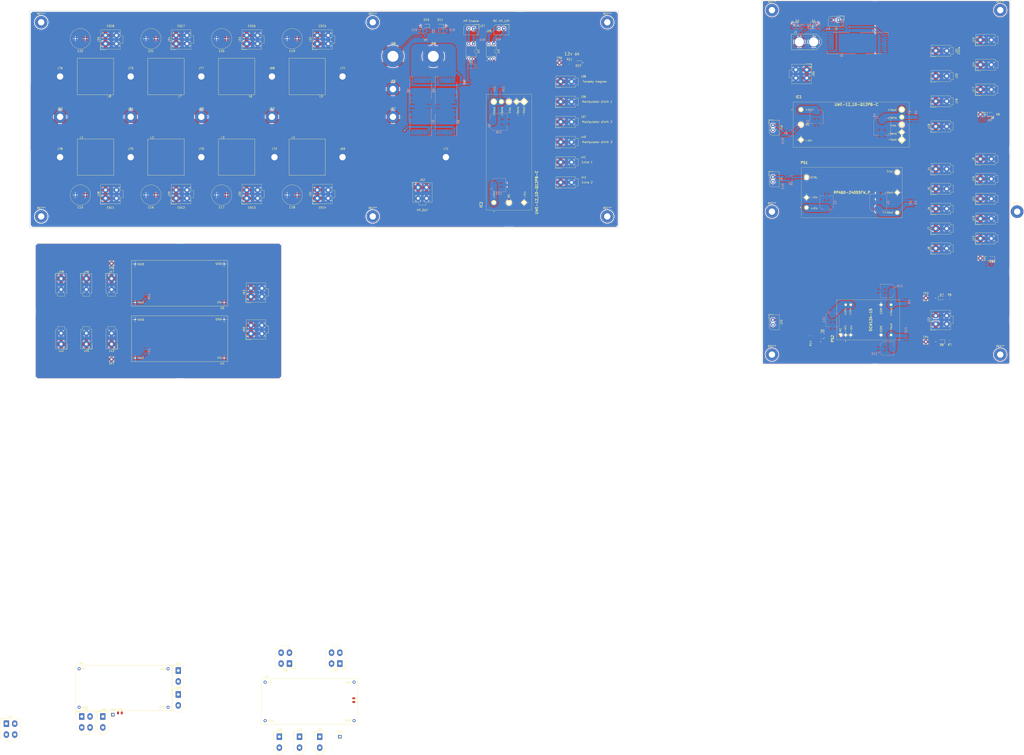
<source format=kicad_pcb>
(kicad_pcb (version 20171130) (host pcbnew "(5.0.2)-1")
  (layers (0 F.Cu signal) (31 B.Cu signal) (34 B.Paste user) (35 F.Paste user) (36 B.SilkS user) (37 F.SilkS user) (38 B.Mask user) (39 F.Mask user) (44 Edge.Cuts user))
  (net 0 "")
  (net 1 -BattDigit)
  (net 2 +BattDigit)
  (net 3 "Net-(C2-Pad1)")
  (net 4 "Net-(C6-Pad1)")
  (net 5 "Net-(C10-Pad1)")
  (net 6 "Net-(C12-Pad2)")
  (net 7 "Net-(C14-Pad2)")
  (net 8 "Net-(C14-Pad1)")
  (net 9 "Net-(C15-Pad1)")
  (net 10 -BattPow)
  (net 11 "Net-(C16-Pad1)")
  (net 12 "Net-(C17-Pad1)")
  (net 13 "Net-(C18-Pad1)")
  (net 14 "Net-(C19-Pad1)")
  (net 15 "Net-(C20-Pad1)")
  (net 16 "Net-(C21-Pad1)")
  (net 17 "Net-(C22-Pad1)")
  (net 18 +BattPow)
  (net 19 "Net-(C24-Pad1)")
  (net 20 "Net-(C27-Pad2)")
  (net 21 "Net-(C27-Pad1)")
  (net 22 "Net-(C28-Pad1)")
  (net 23 "Net-(C29-Pad1)")
  (net 24 "Net-(C29-Pad2)")
  (net 25 "Net-(D1-Pad2)")
  (net 26 /logika_main/-Batt)
  (net 27 "Net-(D5-Pad1)")
  (net 28 "Net-(D6-Pad2)")
  (net 29 "Net-(D7-Pad2)")
  (net 30 "Net-(D8-Pad1)")
  (net 31 "Net-(D9-Pad2)")
  (net 32 "Net-(D10-Pad2)")
  (net 33 "Net-(D10-Pad1)")
  (net 34 "Net-(D14-Pad2)")
  (net 35 "Net-(IC1-Pad2)")
  (net 36 "Net-(IC2-Pad2)")
  (net 37 "Net-(J2-Pad1)")
  (net 38 "Net-(J3-Pad1)")
  (net 39 "Net-(J16-Pad1)")
  (net 40 "Net-(J23-Pad1)")
  (net 41 "Net-(J27-Pad2)")
  (net 42 "Net-(J27-Pad1)")
  (net 43 "Net-(J39-Pad1)")
  (net 44 "Net-(J39-Pad2)")
  (net 45 "Net-(J53-Pad1)")
  (net 46 "Net-(J54-Pad1)")
  (net 47 "Net-(J56-Pad1)")
  (net 48 "Net-(PS1-Pad3)")
  (net 49 "Net-(PS2-Pad1)")
  (net 50 "Net-(Q1-Pad1)")
  (net 51 "Net-(Q1-Pad3)")
  (net 52 "Net-(Q6-Pad1)")
  (net 53 "Net-(Q6-Pad3)")
  (net 54 "Net-(D2-Pad1)")
  (net 55 "Net-(D3-Pad2)")
  (net 56 "Net-(Q3-Pad1)")
  (net 57 "Net-(Q4-Pad1)")
  (net 58 "Net-(Q5-Pad1)")
  (net 59 "Net-(D11-Pad1)")
  (net 60 "Net-(D12-Pad2)")
  (net 61 "Net-(R15-Pad1)")
  (net 62 "Net-(R16-Pad1)")
  (module Connector_PinHeader_2.54mm:PinHeader_1x01_P2.54mm_Vertical (layer F.Cu) (at 557.5 77.5 270)
    (fp_text reference TP2 (at 0 -2.33 270) (layer F.SilkS))
    (fp_text value D_12V)
    (pad 1 thru_hole rect (at 0 0 270) (size 1.7 1.7) (drill 1) (layers *.Cu *.Mask) (net 4 "Net-(C6-Pad1)"))
  )
  (module Resistor_SMD:R_0805_2012Metric (layer B.Cu) (at 488 33.5625 270)
    (fp_text reference R2 (at -3.175 0 270) (layer B.SilkS) (effects (justify mirror)))
    (fp_text value 100)
    (pad 1 smd roundrect (at -0.9375 0 270) (size 0.975 1.4) (layers B.Cu B.Paste B.Mask) (net 37 "Net-(J2-Pad1)"))
    (pad 2 smd roundrect (at 0.9375 0 270) (size 0.975 1.4) (layers B.Cu B.Paste B.Mask) (net 50 "Net-(Q1-Pad1)"))
  )
  (module Resistor_SMD:R_0805_2012Metric (layer B.Cu) (at 484.0625 34.5 180)
    (fp_text reference R3 (at 3.175 0 180) (layer B.SilkS) (effects (justify mirror)))
    (fp_text value 10k)
    (pad 1 smd roundrect (at -0.9375 0 180) (size 0.975 1.4) (layers B.Cu B.Paste B.Mask) (net 50 "Net-(Q1-Pad1)"))
    (pad 2 smd roundrect (at 0.9375 0 180) (size 0.975 1.4) (layers B.Cu B.Paste B.Mask) (net 26 /logika_main/-Batt))
  )
  (module DCW12A-15:DCW12A-15 (layer F.Cu) (at 501 181 90)
    (fp_text reference PS2 (at -9.5 -18 90) (layer F.SilkS) (effects (font (size 1.27 1.27) (thickness 0.254))))
    (fp_text value DCW12A-15 (at 0 1.27 90) (layer F.SilkS) (effects (font (size 1.27 1.27) (thickness 0.254))))
    (fp_text user RC (at -5 -14 90) (layer F.SilkS))
    (fp_text user -Vin (at -4.5 -11.5 90) (layer F.SilkS))
    (fp_text user -Vin (at -4.5 -8.5 90) (layer F.SilkS))
    (fp_text user +Vin (at 4 -11.5 90) (layer F.SilkS))
    (fp_text user +Vin (at 4 -9 90) (layer F.SilkS))
    (fp_text user COM (at -4.5 6.5 90) (layer F.SilkS))
    (fp_text user COM (at 4.5 6.5 90) (layer F.SilkS))
    (fp_text user -Vout (at -4 11.5 90) (layer F.SilkS))
    (fp_text user +Vout (at 4 11.5 90) (layer F.SilkS))
    (pad 2 thru_hole circle (at -7.62 -11.36 180) (size 1.4 1.4) (drill 0.9) (layers *.Cu *.Mask F.SilkS) (net 1 -BattDigit))
    (pad 3 thru_hole circle (at -7.62 -8.82 180) (size 1.4 1.4) (drill 0.9) (layers *.Cu *.Mask F.SilkS) (net 1 -BattDigit))
    (pad 9 thru_hole circle (at -7.62 6.44 180) (size 1.4 1.4) (drill 0.9) (layers *.Cu *.Mask F.SilkS) (net 1 -BattDigit))
    (pad 11 thru_hole circle (at -7.62 11.52 180) (size 1.4 1.4) (drill 0.9) (layers *.Cu *.Mask F.SilkS) (net 6 "Net-(C12-Pad2)"))
    (pad 14 thru_hole circle (at 7.62 11.52 180) (size 1.4 1.4) (drill 0.9) (layers *.Cu *.Mask F.SilkS) (net 5 "Net-(C10-Pad1)"))
    (pad 16 thru_hole circle (at 7.62 6.44 180) (size 1.4 1.4) (drill 0.9) (layers *.Cu *.Mask F.SilkS) (net 1 -BattDigit))
    (pad 22 thru_hole circle (at 7.62 -8.82 180) (size 1.4 1.4) (drill 0.9) (layers *.Cu *.Mask F.SilkS) (net 2 +BattDigit))
    (pad 23 thru_hole circle (at 7.62 -11.36 180) (size 1.4 1.4) (drill 0.9) (layers *.Cu *.Mask F.SilkS) (net 2 +BattDigit))
    (pad 1 thru_hole circle (at -7.62 -13.9 180) (size 1.4 1.4) (drill 0.9) (layers *.Cu *.Mask F.SilkS) (net 49 "Net-(PS2-Pad1)"))
  )
  (module UWE-12_10-Q12P-C:UWE-12_10-Q12P-C (layer F.Cu) (at 492.5 82.7)
    (fp_text reference IC1 (at -26.5 -14) (layer F.SilkS) (effects (font (size 1.27 1.27) (thickness 0.254))))
    (fp_text value UWE-12_10-Q12PB-C (at 2.54 -10.16) (layer F.SilkS) (effects (font (size 1.27 1.27) (thickness 0.254))))
    (fp_text user +Vin (at -21.5 -7.5) (layer F.SilkS))
    (fp_text user -Vin (at -21.5 8) (layer F.SilkS))
    (fp_text user RC (at -22 0) (layer F.SilkS))
    (fp_text user -Vout (at 20.5 7.5) (layer F.SilkS))
    (fp_text user +Vout (at 20.5 -7.5) (layer F.SilkS))
    (fp_text user +Sens (at 20.5 -3.5) (layer F.SilkS))
    (fp_text user -Sens (at 20.5 4.5) (layer F.SilkS))
    (fp_text user Trim (at 21 0.5) (layer F.SilkS))
    (pad 1 thru_hole circle (at -25.4 -7.62 90) (size 2.54 2.54) (drill 1.5748) (layers *.Cu *.Mask F.SilkS) (net 2 +BattDigit))
    (pad 2 thru_hole circle (at -25.4 0 90) (size 2.54 2.54) (drill 1.5748) (layers *.Cu *.Mask F.SilkS) (net 35 "Net-(IC1-Pad2)"))
    (pad 3 thru_hole circle (at -25.4 7.62 90) (size 2.54 2.54) (drill 1.5748) (layers *.Cu *.Mask F.SilkS) (net 1 -BattDigit))
    (pad 4 thru_hole circle (at 25.4 7.62 90) (size 3.2 3.2) (drill 2.1336) (layers *.Cu *.Mask F.SilkS) (net 1 -BattDigit))
    (pad 5 thru_hole circle (at 25.4 3.81 90) (size 2.54 2.54) (drill 1.5748) (layers *.Cu *.Mask F.SilkS) (net 1 -BattDigit))
    (pad 6 thru_hole circle (at 25.4 0 90) (size 2.54 2.54) (drill 1.5748) (layers *.Cu *.Mask F.SilkS))
    (pad 7 thru_hole circle (at 25.4 -3.81 90) (size 2.54 2.54) (drill 1.5748) (layers *.Cu *.Mask F.SilkS) (net 4 "Net-(C6-Pad1)"))
    (pad 8 thru_hole circle (at 25.4 -7.62 90) (size 3.2 3.2) (drill 2.1336) (layers *.Cu *.Mask F.SilkS) (net 4 "Net-(C6-Pad1)"))
  )
  (module LED_SMD:LED_0805_2012Metric (layer F.Cu) (at 562.54 77.5)
    (fp_text reference D6 (at 3.81 0) (layer F.SilkS))
    (fp_text value LED_B)
    (pad 1 smd roundrect (at -0.9375 0) (size 0.975 1.4) (layers F.Cu F.Paste F.Mask) (net 1 -BattDigit))
    (pad 2 smd roundrect (at 0.9375 0) (size 0.975 1.4) (layers F.Cu F.Paste F.Mask) (net 28 "Net-(D6-Pad2)"))
  )
  (module molex_3d_2pin:Molex_Mini-Fit_Jr_5566-02A_2x01_P4.20mm_Vertical (layer F.Cu) (at 557.5 40 90)
    (fp_text reference J15 (at 0 -3.45 90) (layer F.SilkS))
    (fp_text value Enko_absolutny_2)
    (pad 1 thru_hole roundrect (at 0 0 90) (size 2.7 3.3) (drill 1.4) (layers *.Cu *.Mask) (roundrect_rratio 0.09259299999999999) (net 4 "Net-(C6-Pad1)"))
    (pad 2 thru_hole oval (at 0 5.5 90) (size 2.7 3.3) (drill 1.4) (layers *.Cu *.Mask) (net 1 -BattDigit))
  )
  (module molex_3d_2pin:Molex_Mini-Fit_Jr_5566-02A_2x01_P4.20mm_Vertical (layer F.Cu) (at 535 58.18 90)
    (fp_text reference J20 (at 0 10.52 90) (layer F.SilkS))
    (fp_text value Extra)
    (pad 1 thru_hole roundrect (at 0 0 90) (size 2.7 3.3) (drill 1.4) (layers *.Cu *.Mask) (roundrect_rratio 0.09259299999999999) (net 4 "Net-(C6-Pad1)"))
    (pad 2 thru_hole oval (at 0 5.5 90) (size 2.7 3.3) (drill 1.4) (layers *.Cu *.Mask) (net 1 -BattDigit))
  )
  (module molex_3d_2pin:Molex_Mini-Fit_Jr_5566-02A_2x01_P4.20mm_Vertical (layer F.Cu) (at 535 83.58 90)
    (fp_text reference J18 (at 0 -3.45 90) (layer F.SilkS))
    (fp_text value "Kamera 1")
    (pad 1 thru_hole roundrect (at 0 0 90) (size 2.7 3.3) (drill 1.4) (layers *.Cu *.Mask) (roundrect_rratio 0.09259299999999999) (net 4 "Net-(C6-Pad1)"))
    (pad 2 thru_hole oval (at 0 5.5 90) (size 2.7 3.3) (drill 1.4) (layers *.Cu *.Mask) (net 1 -BattDigit))
  )
  (module molex_3d_2pin:Molex_Mini-Fit_Jr_5566-02A_2x01_P4.20mm_Vertical (layer F.Cu) (at 557.5 65 90)
    (fp_text reference J17 (at 0 -3.45 90) (layer F.SilkS))
    (fp_text value Xavier)
    (pad 2 thru_hole oval (at 0 5.5 90) (size 2.7 3.3) (drill 1.4) (layers *.Cu *.Mask) (net 1 -BattDigit))
    (pad 1 thru_hole roundrect (at 0 0 90) (size 2.7 3.3) (drill 1.4) (layers *.Cu *.Mask) (roundrect_rratio 0.09259299999999999) (net 4 "Net-(C6-Pad1)"))
  )
  (module molex_3d_2pin:Molex_Mini-Fit_Jr_5566-02A_2x01_P4.20mm_Vertical (layer F.Cu) (at 535 45.48 90)
    (fp_text reference J21 (at 0 10.52 90) (layer F.SilkS))
    (fp_text value Extra (at 0.075 11.695 90) (layer F.SilkS))
    (pad 2 thru_hole oval (at 0 5.5 90) (size 2.7 3.3) (drill 1.4) (layers *.Cu *.Mask) (net 1 -BattDigit))
    (pad 1 thru_hole roundrect (at 0 0 90) (size 2.7 3.3) (drill 1.4) (layers *.Cu *.Mask) (roundrect_rratio 0.09259299999999999) (net 4 "Net-(C6-Pad1)"))
  )
  (module molex_3d_2pin:Molex_Mini-Fit_Jr_5566-02A_2x01_P4.20mm_Vertical (layer F.Cu) (at 557.5 52.5 90)
    (fp_text reference J14 (at 0 -3.45 90) (layer F.SilkS))
    (fp_text value Enko_absolutny_1)
    (pad 2 thru_hole oval (at 0 5.5 90) (size 2.7 3.3) (drill 1.4) (layers *.Cu *.Mask) (net 1 -BattDigit))
    (pad 1 thru_hole roundrect (at 0 0 90) (size 2.7 3.3) (drill 1.4) (layers *.Cu *.Mask) (roundrect_rratio 0.09259299999999999) (net 4 "Net-(C6-Pad1)"))
  )
  (module molex_3d_2pin:Molex_Mini-Fit_Jr_5566-02A_2x01_P4.20mm_Vertical (layer F.Cu) (at 535 70.88 90)
    (fp_text reference J19 (at 0 10.52 90) (layer F.SilkS))
    (fp_text value "Kamera 2")
    (pad 2 thru_hole oval (at 0 5.5 90) (size 2.7 3.3) (drill 1.4) (layers *.Cu *.Mask) (net 1 -BattDigit))
    (pad 1 thru_hole roundrect (at 0 0 90) (size 2.7 3.3) (drill 1.4) (layers *.Cu *.Mask) (roundrect_rratio 0.09259299999999999) (net 4 "Net-(C6-Pad1)"))
  )
  (module Connector_Molex:Molex_SPOX_5267-02A_1x02_P2.50mm_Vertical (layer F.Cu) (at 453 83 270)
    (fp_text reference J16 (at 1.25 -4.3 270) (layer F.SilkS))
    (fp_text value RC_D_12V)
    (pad 2 thru_hole oval (at 2.5 0 270) (size 1.7 1.85) (drill 0.85) (layers *.Cu *.Mask))
    (pad 1 thru_hole roundrect (at 0 0 270) (size 1.7 1.85) (drill 0.85) (layers *.Cu *.Mask) (roundrect_rratio 0.147059) (net 39 "Net-(J16-Pad1)"))
  )
  (module Resistor_SMD:R_0805_2012Metric (layer B.Cu) (at 458 86.9375 90)
    (fp_text reference R13 (at -3.81 0 90) (layer B.SilkS) (effects (justify mirror)))
    (fp_text value 3k3)
    (pad 2 smd roundrect (at 0.9375 0 90) (size 0.975 1.4) (layers B.Cu B.Paste B.Mask) (net 39 "Net-(J16-Pad1)"))
    (pad 1 smd roundrect (at -0.9375 0 90) (size 0.975 1.4) (layers B.Cu B.Paste B.Mask) (net 57 "Net-(Q4-Pad1)"))
  )
  (module Package_TO_SOT_SMD:SOT-23 (layer B.Cu) (at 462 86.95)
    (fp_text reference Q4 (at -2.54 0) (layer B.SilkS) (effects (justify mirror)))
    (fp_text value BC847A)
    (pad 3 smd rect (at 1 0) (size 0.9 0.8) (layers B.Cu B.Paste B.Mask) (net 35 "Net-(IC1-Pad2)"))
    (pad 2 smd rect (at -1 -0.95) (size 0.9 0.8) (layers B.Cu B.Paste B.Mask) (net 1 -BattDigit))
    (pad 1 smd rect (at -1 0.95) (size 0.9 0.8) (layers B.Cu B.Paste B.Mask) (net 57 "Net-(Q4-Pad1)"))
  )
  (module Resistor_SMD:R_0805_2012Metric (layer B.Cu) (at 558.4375 80.5 180)
    (fp_text reference R5 (at -3.81 0 180) (layer B.SilkS) (effects (justify mirror)))
    (fp_text value 1k8)
    (pad 1 smd roundrect (at -0.9375 0 180) (size 0.975 1.4) (layers B.Cu B.Paste B.Mask) (net 28 "Net-(D6-Pad2)"))
    (pad 2 smd roundrect (at 0.9375 0 180) (size 0.975 1.4) (layers B.Cu B.Paste B.Mask) (net 4 "Net-(C6-Pad1)"))
  )
  (module Capacitor_SMD:CP_Elec_6.3x5.4 (layer B.Cu) (at 480 121.92 90)
    (fp_text reference C1 (at 0 4.35 90) (layer B.SilkS) (effects (justify mirror)))
    (fp_text value 33uF)
    (pad 2 smd roundrect (at 2.8 0 90) (size 3.5 1.6) (layers B.Cu B.Paste B.Mask) (roundrect_rratio 0.15625) (net 1 -BattDigit))
    (pad 1 smd roundrect (at -2.8 0 90) (size 3.5 1.6) (layers B.Cu B.Paste B.Mask) (roundrect_rratio 0.15625) (net 2 +BattDigit))
  )
  (module Capacitor_SMD:C_0805_2012Metric (layer B.Cu) (at 520.7 121.92 90)
    (fp_text reference C2 (at 0 1.65 90) (layer B.SilkS) (effects (justify mirror)))
    (fp_text value 100nF)
    (pad 2 smd roundrect (at 0.9375 0 90) (size 0.975 1.4) (layers B.Cu B.Paste B.Mask) (net 1 -BattDigit))
    (pad 1 smd roundrect (at -0.9375 0 90) (size 0.975 1.4) (layers B.Cu B.Paste B.Mask) (net 3 "Net-(C2-Pad1)"))
  )
  (module Capacitor_SMD:CP_Elec_8x10 (layer B.Cu) (at 506 121.92 90)
    (fp_text reference C4 (at 0 5.2 90) (layer B.SilkS) (effects (justify mirror)))
    (fp_text value 200uF)
    (pad 1 smd roundrect (at -3.25 0 90) (size 3.5 2.5) (layers B.Cu B.Paste B.Mask) (roundrect_rratio 0.1) (net 3 "Net-(C2-Pad1)"))
    (pad 2 smd roundrect (at 3.25 0 90) (size 3.5 2.5) (layers B.Cu B.Paste B.Mask) (roundrect_rratio 0.1) (net 1 -BattDigit))
  )
  (module Capacitor_SMD:C_0805_2012Metric (layer B.Cu) (at 523.24 121.92 90)
    (fp_text reference C3 (at 0 1.65 90) (layer B.SilkS) (effects (justify mirror)))
    (fp_text value 10uF)
    (pad 2 smd roundrect (at 0.9375 0 90) (size 0.975 1.4) (layers B.Cu B.Paste B.Mask) (net 1 -BattDigit))
    (pad 1 smd roundrect (at -0.9375 0 90) (size 0.975 1.4) (layers B.Cu B.Paste B.Mask) (net 3 "Net-(C2-Pad1)"))
  )
  (module RPA60-2405SFW_P:RPA60-2405SFW_P (layer F.Cu) (at 492.76 116.84)
    (fp_text reference PS1 (at -24 -15) (layer F.SilkS) (effects (font (size 1.27 1.27) (thickness 0.254))))
    (fp_text value RPA60-2405SFW_P (at 0 0) (layer F.SilkS) (effects (font (size 1.27 1.27) (thickness 0.254))))
    (fp_text user +Vout (at 18.5 10) (layer F.SilkS))
    (fp_text user -Vout (at 18.5 0) (layer F.SilkS))
    (fp_text user Trim (at 19 -10.5) (layer F.SilkS))
    (fp_text user CTRL (at -19 -7.5) (layer F.SilkS))
    (fp_text user -Vin (at -19 2.5) (layer F.SilkS))
    (fp_text user +Vin (at -19 8) (layer F.SilkS))
    (pad 6 thru_hole circle (at 22.86 10.16 90) (size 2.25 2.25) (drill 1.5) (layers *.Cu *.Mask F.SilkS) (net 3 "Net-(C2-Pad1)"))
    (pad 5 thru_hole circle (at 22.86 0 90) (size 2.25 2.25) (drill 1.5) (layers *.Cu *.Mask F.SilkS) (net 1 -BattDigit))
    (pad 4 thru_hole circle (at 22.86 -10.16 90) (size 2.25 2.25) (drill 1.5) (layers *.Cu *.Mask F.SilkS))
    (pad 3 thru_hole circle (at -22.86 -7.62 90) (size 2.25 2.25) (drill 1.5) (layers *.Cu *.Mask F.SilkS) (net 48 "Net-(PS1-Pad3)"))
    (pad 2 thru_hole circle (at -22.86 2.54 90) (size 2.25 2.25) (drill 1.5) (layers *.Cu *.Mask F.SilkS) (net 1 -BattDigit))
    (pad 1 thru_hole circle (at -22.86 7.62 90) (size 2.25 2.25) (drill 1.5) (layers *.Cu *.Mask F.SilkS) (net 2 +BattDigit))
  )
  (module Package_DIP:DIP-4_W7.62mm (layer F.Cu) (at 312.42 41.91 270)
    (fp_text reference U3 (at 3.81 -2.33 270) (layer F.SilkS))
    (fp_text value Transoptor)
    (pad 4 thru_hole oval (at 7.62 0 270) (size 1.6 1.6) (drill 0.8) (layers *.Cu *.Mask) (net 36 "Net-(IC2-Pad2)"))
    (pad 2 thru_hole oval (at 0 2.54 270) (size 1.6 1.6) (drill 0.8) (layers *.Cu *.Mask) (net 44 "Net-(J39-Pad2)"))
    (pad 3 thru_hole oval (at 7.62 2.54 270) (size 1.6 1.6) (drill 0.8) (layers *.Cu *.Mask) (net 10 -BattPow))
    (pad 1 thru_hole rect (at 0 0 270) (size 1.6 1.6) (drill 0.8) (layers *.Cu *.Mask) (net 62 "Net-(R16-Pad1)"))
  )
  (module Capacitor_SMD:CP_Elec_6.3x5.4 (layer B.Cu) (at 475 78.7 270)
    (fp_text reference C5 (at 2.54 4.445 270) (layer B.SilkS) (effects (justify mirror)))
    (fp_text value 33uF)
    (pad 2 smd roundrect (at 2.8 0 270) (size 3.5 1.6) (layers B.Cu B.Paste B.Mask) (roundrect_rratio 0.15625) (net 1 -BattDigit))
    (pad 1 smd roundrect (at -2.8 0 270) (size 3.5 1.6) (layers B.Cu B.Paste B.Mask) (roundrect_rratio 0.15625) (net 2 +BattDigit))
  )
  (module Capacitor_SMD:C_0805_2012Metric (layer B.Cu) (at 525 79.7625 270)
    (fp_text reference C6 (at -3.175 0 270) (layer B.SilkS) (effects (justify mirror)))
    (fp_text value 100nF)
    (pad 2 smd roundrect (at 0.9375 0 270) (size 0.975 1.4) (layers B.Cu B.Paste B.Mask) (net 1 -BattDigit))
    (pad 1 smd roundrect (at -0.9375 0 270) (size 0.975 1.4) (layers B.Cu B.Paste B.Mask) (net 4 "Net-(C6-Pad1)"))
  )
  (module Capacitor_SMD:C_0805_2012Metric (layer B.Cu) (at 522 79.7625 270)
    (fp_text reference C7 (at -3.175 0 270) (layer B.SilkS) (effects (justify mirror)))
    (fp_text value 10uF)
    (pad 1 smd roundrect (at -0.9375 0 270) (size 0.975 1.4) (layers B.Cu B.Paste B.Mask) (net 4 "Net-(C6-Pad1)"))
    (pad 2 smd roundrect (at 0.9375 0 270) (size 0.975 1.4) (layers B.Cu B.Paste B.Mask) (net 1 -BattDigit))
  )
  (module Capacitor_SMD:CP_Elec_8x10 (layer B.Cu) (at 508 83.7 270)
    (fp_text reference C8 (at -5.715 3.81 270) (layer B.SilkS) (effects (justify mirror)))
    (fp_text value 200uF)
    (pad 2 smd roundrect (at 3.25 0 270) (size 3.5 2.5) (layers B.Cu B.Paste B.Mask) (roundrect_rratio 0.1) (net 1 -BattDigit))
    (pad 1 smd roundrect (at -3.25 0 270) (size 3.5 2.5) (layers B.Cu B.Paste B.Mask) (roundrect_rratio 0.1) (net 4 "Net-(C6-Pad1)"))
  )
  (module Capacitor_SMD:C_0805_2012Metric (layer B.Cu) (at 520 172 90)
    (fp_text reference C9 (at 0 1.65 90) (layer B.SilkS) (effects (justify mirror)))
    (fp_text value 100nF)
    (pad 1 smd roundrect (at -0.9375 0 90) (size 0.975 1.4) (layers B.Cu B.Paste B.Mask) (net 5 "Net-(C10-Pad1)"))
    (pad 2 smd roundrect (at 0.9375 0 90) (size 0.975 1.4) (layers B.Cu B.Paste B.Mask) (net 1 -BattDigit))
  )
  (module Capacitor_SMD:CP_Elec_6.3x7.7 (layer B.Cu) (at 510.5 166.5 180)
    (fp_text reference C10 (at -6.35 2.54 180) (layer B.SilkS) (effects (justify mirror)))
    (fp_text value 100uF)
    (pad 2 smd roundrect (at 2.7 0 180) (size 3.5 1.6) (layers B.Cu B.Paste B.Mask) (roundrect_rratio 0.15625) (net 1 -BattDigit))
    (pad 1 smd roundrect (at -2.7 0 180) (size 3.5 1.6) (layers B.Cu B.Paste B.Mask) (roundrect_rratio 0.15625) (net 5 "Net-(C10-Pad1)"))
  )
  (module Capacitor_SMD:CP_Elec_6.3x5.4 (layer B.Cu) (at 483 181 270)
    (fp_text reference C11 (at 0 4.35 270) (layer B.SilkS) (effects (justify mirror)))
    (fp_text value 33uF)
    (pad 1 smd roundrect (at -2.8 0 270) (size 3.5 1.6) (layers B.Cu B.Paste B.Mask) (roundrect_rratio 0.15625) (net 2 +BattDigit))
    (pad 2 smd roundrect (at 2.8 0 270) (size 3.5 1.6) (layers B.Cu B.Paste B.Mask) (roundrect_rratio 0.15625) (net 1 -BattDigit))
  )
  (module Capacitor_SMD:C_0805_2012Metric (layer B.Cu) (at 520 189.9375 90)
    (fp_text reference C12 (at 3.81 0 90) (layer B.SilkS) (effects (justify mirror)))
    (fp_text value 100nF)
    (pad 2 smd roundrect (at 0.9375 0 90) (size 0.975 1.4) (layers B.Cu B.Paste B.Mask) (net 6 "Net-(C12-Pad2)"))
    (pad 1 smd roundrect (at -0.9375 0 90) (size 0.975 1.4) (layers B.Cu B.Paste B.Mask) (net 1 -BattDigit))
  )
  (module Capacitor_SMD:CP_Elec_6.3x7.7 (layer B.Cu) (at 510.5 195.5)
    (fp_text reference C13 (at -6.35 2.54) (layer B.SilkS) (effects (justify mirror)))
    (fp_text value 100uF)
    (pad 1 smd roundrect (at -2.7 0) (size 3.5 1.6) (layers B.Cu B.Paste B.Mask) (roundrect_rratio 0.15625) (net 1 -BattDigit))
    (pad 2 smd roundrect (at 2.7 0) (size 3.5 1.6) (layers B.Cu B.Paste B.Mask) (roundrect_rratio 0.15625) (net 6 "Net-(C12-Pad2)"))
  )
  (module Capacitor_SMD:C_0805_2012Metric (layer F.Cu) (at 241.875 372.535 270)
    (fp_text reference C14 (at 0 -1.65 270) (layer F.SilkS))
    (fp_text value 100nF)
    (pad 2 smd roundrect (at 0.9375 0 270) (size 0.975 1.4) (layers F.Cu F.Paste F.Mask) (net 7 "Net-(C14-Pad2)"))
    (pad 1 smd roundrect (at -0.9375 0 270) (size 0.975 1.4) (layers F.Cu F.Paste F.Mask) (net 8 "Net-(C14-Pad1)"))
  )
  (module Capacitor_THT:C_Radial_D10.0mm_H20.0mm_P5.00mm (layer F.Cu) (at 106.68 118.11 180)
    (fp_text reference C15 (at 2.5 -6.25 180) (layer F.SilkS))
    (fp_text value C)
    (pad 1 thru_hole circle (at 0 0 180) (size 1.6 1.6) (drill 0.8) (layers *.Cu *.Mask) (net 9 "Net-(C15-Pad1)"))
    (pad 2 thru_hole circle (at 5 0 180) (size 1.6 1.6) (drill 0.8) (layers *.Cu *.Mask) (net 10 -BattPow))
  )
  (module Capacitor_THT:C_Radial_D10.0mm_H20.0mm_P5.00mm (layer F.Cu) (at 142.24 118.11 180)
    (fp_text reference C16 (at 2.5 -6.25 180) (layer F.SilkS))
    (fp_text value C)
    (pad 2 thru_hole circle (at 5 0 180) (size 1.6 1.6) (drill 0.8) (layers *.Cu *.Mask) (net 10 -BattPow))
    (pad 1 thru_hole circle (at 0 0 180) (size 1.6 1.6) (drill 0.8) (layers *.Cu *.Mask) (net 11 "Net-(C16-Pad1)"))
  )
  (module Capacitor_THT:C_Radial_D10.0mm_H20.0mm_P5.00mm (layer F.Cu) (at 177.8 118.11 180)
    (fp_text reference C17 (at 2.5 -6.25 180) (layer F.SilkS))
    (fp_text value C)
    (pad 1 thru_hole circle (at 0 0 180) (size 1.6 1.6) (drill 0.8) (layers *.Cu *.Mask) (net 12 "Net-(C17-Pad1)"))
    (pad 2 thru_hole circle (at 5 0 180) (size 1.6 1.6) (drill 0.8) (layers *.Cu *.Mask) (net 10 -BattPow))
  )
  (module Capacitor_THT:C_Radial_D10.0mm_H20.0mm_P5.00mm (layer F.Cu) (at 213.36 118.11 180)
    (fp_text reference C18 (at 2.5 -6.25 180) (layer F.SilkS))
    (fp_text value C)
    (pad 2 thru_hole circle (at 5 0 180) (size 1.6 1.6) (drill 0.8) (layers *.Cu *.Mask) (net 10 -BattPow))
    (pad 1 thru_hole circle (at 0 0 180) (size 1.6 1.6) (drill 0.8) (layers *.Cu *.Mask) (net 13 "Net-(C18-Pad1)"))
  )
  (module Capacitor_THT:C_Radial_D10.0mm_H20.0mm_P5.00mm (layer F.Cu) (at 213.36 39.37 180)
    (fp_text reference C19 (at 2.5 -6.25 180) (layer F.SilkS))
    (fp_text value C)
    (pad 1 thru_hole circle (at 0 0 180) (size 1.6 1.6) (drill 0.8) (layers *.Cu *.Mask) (net 14 "Net-(C19-Pad1)"))
    (pad 2 thru_hole circle (at 5 0 180) (size 1.6 1.6) (drill 0.8) (layers *.Cu *.Mask) (net 10 -BattPow))
  )
  (module Capacitor_THT:C_Radial_D10.0mm_H20.0mm_P5.00mm (layer F.Cu) (at 177.8 39.37 180)
    (fp_text reference C20 (at 2.5 -6.25 180) (layer F.SilkS))
    (fp_text value C)
    (pad 1 thru_hole circle (at 0 0 180) (size 1.6 1.6) (drill 0.8) (layers *.Cu *.Mask) (net 15 "Net-(C20-Pad1)"))
    (pad 2 thru_hole circle (at 5 0 180) (size 1.6 1.6) (drill 0.8) (layers *.Cu *.Mask) (net 10 -BattPow))
  )
  (module Capacitor_THT:C_Radial_D10.0mm_H20.0mm_P5.00mm (layer F.Cu) (at 142.24 39.37 180)
    (fp_text reference C21 (at 2.5 -6.25 180) (layer F.SilkS))
    (fp_text value C)
    (pad 2 thru_hole circle (at 5 0 180) (size 1.6 1.6) (drill 0.8) (layers *.Cu *.Mask) (net 10 -BattPow))
    (pad 1 thru_hole circle (at 0 0 180) (size 1.6 1.6) (drill 0.8) (layers *.Cu *.Mask) (net 16 "Net-(C21-Pad1)"))
  )
  (module Capacitor_SMD:CP_Elec_6.3x5.4 (layer B.Cu) (at 314.96 113.03)
    (fp_text reference C23 (at 0 4.35) (layer B.SilkS) (effects (justify mirror)))
    (fp_text value 33uF)
    (pad 1 smd roundrect (at -2.8 0) (size 3.5 1.6) (layers B.Cu B.Paste B.Mask) (roundrect_rratio 0.15625) (net 18 +BattPow))
    (pad 2 smd roundrect (at 2.8 0) (size 3.5 1.6) (layers B.Cu B.Paste B.Mask) (roundrect_rratio 0.15625) (net 10 -BattPow))
  )
  (module Capacitor_SMD:C_0805_2012Metric (layer B.Cu) (at 311.15 64.77 90)
    (fp_text reference C24 (at 0 1.65 90) (layer B.SilkS) (effects (justify mirror)))
    (fp_text value 100nF)
    (pad 1 smd roundrect (at -0.9375 0 90) (size 0.975 1.4) (layers B.Cu B.Paste B.Mask) (net 19 "Net-(C24-Pad1)"))
    (pad 2 smd roundrect (at 0.9375 0 90) (size 0.975 1.4) (layers B.Cu B.Paste B.Mask) (net 10 -BattPow))
  )
  (module Capacitor_SMD:C_0805_2012Metric (layer B.Cu) (at 315.595 64.77 90)
    (fp_text reference C25 (at 0 1.65 90) (layer B.SilkS) (effects (justify mirror)))
    (fp_text value 10uF)
    (pad 2 smd roundrect (at 0.9375 0 90) (size 0.975 1.4) (layers B.Cu B.Paste B.Mask) (net 10 -BattPow))
    (pad 1 smd roundrect (at -0.9375 0 90) (size 0.975 1.4) (layers B.Cu B.Paste B.Mask) (net 19 "Net-(C24-Pad1)"))
  )
  (module Capacitor_SMD:CP_Elec_8x10 (layer B.Cu) (at 314.96 81.28)
    (fp_text reference C26 (at 0 5.2) (layer B.SilkS) (effects (justify mirror)))
    (fp_text value 200uF)
    (pad 2 smd roundrect (at 3.25 0) (size 3.5 2.5) (layers B.Cu B.Paste B.Mask) (roundrect_rratio 0.1) (net 10 -BattPow))
    (pad 1 smd roundrect (at -3.25 0) (size 3.5 2.5) (layers B.Cu B.Paste B.Mask) (roundrect_rratio 0.1) (net 19 "Net-(C24-Pad1)"))
  )
  (module Capacitor_SMD:C_0805_2012Metric (layer B.Cu) (at 137.16 196.85 90)
    (fp_text reference C27 (at 0 1.65 90) (layer B.SilkS) (effects (justify mirror)))
    (fp_text value 100nF)
    (pad 2 smd roundrect (at 0.9375 0 90) (size 0.975 1.4) (layers B.Cu B.Paste B.Mask) (net 20 "Net-(C27-Pad2)"))
    (pad 1 smd roundrect (at -0.9375 0 90) (size 0.975 1.4) (layers B.Cu B.Paste B.Mask) (net 21 "Net-(C27-Pad1)"))
  )
  (module Capacitor_SMD:C_0805_2012Metric (layer B.Cu) (at 137.16 169.2425 90)
    (fp_text reference C28 (at 0 1.65 90) (layer B.SilkS) (effects (justify mirror)))
    (fp_text value 100nF)
    (pad 1 smd roundrect (at -0.9375 0 90) (size 0.975 1.4) (layers B.Cu B.Paste B.Mask) (net 22 "Net-(C28-Pad1)"))
    (pad 2 smd roundrect (at 0.9375 0 90) (size 0.975 1.4) (layers B.Cu B.Paste B.Mask) (net 20 "Net-(C27-Pad2)"))
  )
  (module Capacitor_SMD:C_0805_2012Metric (layer F.Cu) (at 124.085001 378.975001)
    (fp_text reference C29 (at 0 -1.65) (layer F.SilkS))
    (fp_text value 100nF)
    (pad 1 smd roundrect (at -0.9375 0) (size 0.975 1.4) (layers F.Cu F.Paste F.Mask) (net 23 "Net-(C29-Pad1)"))
    (pad 2 smd roundrect (at 0.9375 0) (size 0.975 1.4) (layers F.Cu F.Paste F.Mask) (net 24 "Net-(C29-Pad2)"))
  )
  (module LED_SMD:LED_0805_2012Metric (layer F.Cu) (at 473.5525 32.1)
    (fp_text reference D1 (at 0 -1.65) (layer F.SilkS))
    (fp_text value LED_G)
    (pad 1 smd roundrect (at -0.9375 0) (size 0.975 1.4) (layers F.Cu F.Paste F.Mask) (net 26 /logika_main/-Batt))
    (pad 2 smd roundrect (at 0.9375 0) (size 0.975 1.4) (layers F.Cu F.Paste F.Mask) (net 25 "Net-(D1-Pad2)"))
  )
  (module LED_SMD:LED_0805_2012Metric (layer F.Cu) (at 465.2675 32.1)
    (fp_text reference D2 (at 0 -1.65) (layer F.SilkS))
    (fp_text value LED_R)
    (pad 2 smd roundrect (at 0.9375 0) (size 0.975 1.4) (layers F.Cu F.Paste F.Mask) (net 26 /logika_main/-Batt))
    (pad 1 smd roundrect (at -0.9375 0) (size 0.975 1.4) (layers F.Cu F.Paste F.Mask) (net 54 "Net-(D2-Pad1)"))
  )
  (module Diode_SMD:D_MiniMELF (layer B.Cu) (at 474.01 33.37 180)
    (fp_text reference D3 (at 0 2 180) (layer B.SilkS) (effects (justify mirror)))
    (fp_text value BAT48)
    (pad 2 smd rect (at 1.75 0 180) (size 1.3 1.7) (layers B.Cu B.Paste B.Mask) (net 55 "Net-(D3-Pad2)"))
    (pad 1 smd rect (at -1.75 0 180) (size 1.3 1.7) (layers B.Cu B.Paste B.Mask) (net 25 "Net-(D1-Pad2)"))
  )
  (module Diode_SMD:D_MiniMELF (layer B.Cu) (at 464.81 33.37 180)
    (fp_text reference D4 (at 0 2 180) (layer B.SilkS) (effects (justify mirror)))
    (fp_text value BAT48)
    (pad 2 smd rect (at 1.75 0 180) (size 1.3 1.7) (layers B.Cu B.Paste B.Mask) (net 54 "Net-(D2-Pad1)"))
    (pad 1 smd rect (at -1.75 0 180) (size 1.3 1.7) (layers B.Cu B.Paste B.Mask) (net 55 "Net-(D3-Pad2)"))
  )
  (module LED_SMD:LED_0805_2012Metric (layer F.Cu) (at 563 150 180)
    (fp_text reference D5 (at 0 -1.65 180) (layer F.SilkS))
    (fp_text value LED_B)
    (pad 1 smd roundrect (at -0.9375 0 180) (size 0.975 1.4) (layers F.Cu F.Paste F.Mask) (net 27 "Net-(D5-Pad1)"))
    (pad 2 smd roundrect (at 0.9375 0 180) (size 0.975 1.4) (layers F.Cu F.Paste F.Mask) (net 3 "Net-(C2-Pad1)"))
  )
  (module LED_SMD:LED_0805_2012Metric (layer F.Cu) (at 538 170)
    (fp_text reference D7 (at 0 -1.65) (layer F.SilkS))
    (fp_text value LED_B)
    (pad 1 smd roundrect (at -0.9375 0) (size 0.975 1.4) (layers F.Cu F.Paste F.Mask) (net 1 -BattDigit))
    (pad 2 smd roundrect (at 0.9375 0) (size 0.975 1.4) (layers F.Cu F.Paste F.Mask) (net 29 "Net-(D7-Pad2)"))
  )
  (module LED_SMD:LED_0805_2012Metric (layer F.Cu) (at 537.9375 192 180)
    (fp_text reference D8 (at 0 -1.65 180) (layer F.SilkS))
    (fp_text value LED_B)
    (pad 1 smd roundrect (at -0.9375 0 180) (size 0.975 1.4) (layers F.Cu F.Paste F.Mask) (net 30 "Net-(D8-Pad1)"))
    (pad 2 smd roundrect (at 0.9375 0 180) (size 0.975 1.4) (layers F.Cu F.Paste F.Mask) (net 1 -BattDigit))
  )
  (module Diode_SMD:D_MiniMELF (layer B.Cu) (at 300.99 53.34 180)
    (fp_text reference D9 (at 0 2 180) (layer B.SilkS) (effects (justify mirror)))
    (fp_text value BAT48)
    (pad 1 smd rect (at -1.75 0 180) (size 1.3 1.7) (layers B.Cu B.Paste B.Mask) (net 18 +BattPow))
    (pad 2 smd rect (at 1.75 0 180) (size 1.3 1.7) (layers B.Cu B.Paste B.Mask) (net 31 "Net-(D9-Pad2)"))
  )
  (module LED_SMD:LED_0805_2012Metric (layer F.Cu) (at 278.4625 33.02 180)
    (fp_text reference D10 (at 0 3.175 180) (layer F.SilkS))
    (fp_text value LED_G)
    (pad 2 smd roundrect (at 0.9375 0 180) (size 0.975 1.4) (layers F.Cu F.Paste F.Mask) (net 32 "Net-(D10-Pad2)"))
    (pad 1 smd roundrect (at -0.9375 0 180) (size 0.975 1.4) (layers F.Cu F.Paste F.Mask) (net 33 "Net-(D10-Pad1)"))
  )
  (module LED_SMD:LED_0805_2012Metric (layer F.Cu) (at 285.4175 33.02 180)
    (fp_text reference D11 (at 0 3.175 180) (layer F.SilkS))
    (fp_text value LED_R)
    (pad 1 smd roundrect (at -0.9375 0 180) (size 0.975 1.4) (layers F.Cu F.Paste F.Mask) (net 59 "Net-(D11-Pad1)"))
    (pad 2 smd roundrect (at 0.9375 0 180) (size 0.975 1.4) (layers F.Cu F.Paste F.Mask) (net 33 "Net-(D10-Pad1)"))
  )
  (module Diode_SMD:D_MiniMELF (layer B.Cu) (at 276.86 35.56)
    (fp_text reference D12 (at -4.445 -0.635) (layer B.SilkS) (effects (justify mirror)))
    (fp_text value BAT48)
    (pad 1 smd rect (at -1.75 0) (size 1.3 1.7) (layers B.Cu B.Paste B.Mask) (net 32 "Net-(D10-Pad2)"))
    (pad 2 smd rect (at 1.75 0) (size 1.3 1.7) (layers B.Cu B.Paste B.Mask) (net 60 "Net-(D12-Pad2)"))
  )
  (module Diode_SMD:D_MiniMELF (layer B.Cu) (at 287.02 35.56)
    (fp_text reference D13 (at 4.445 -0.635) (layer B.SilkS) (effects (justify mirror)))
    (fp_text value BAT48)
    (pad 1 smd rect (at -1.75 0) (size 1.3 1.7) (layers B.Cu B.Paste B.Mask) (net 60 "Net-(D12-Pad2)"))
    (pad 2 smd rect (at 1.75 0) (size 1.3 1.7) (layers B.Cu B.Paste B.Mask) (net 59 "Net-(D11-Pad1)"))
  )
  (module LED_SMD:LED_0805_2012Metric (layer F.Cu) (at 354.965 51.435 180)
    (fp_text reference D14 (at 0 -1.65 180) (layer F.SilkS))
    (fp_text value LED_B)
    (pad 2 smd roundrect (at 0.9375 0 180) (size 0.975 1.4) (layers F.Cu F.Paste F.Mask) (net 34 "Net-(D14-Pad2)"))
    (pad 1 smd roundrect (at -0.9375 0 180) (size 0.975 1.4) (layers F.Cu F.Paste F.Mask) (net 10 -BattPow))
  )
  (module UWE-12_10-Q12P-C:UWE-12_10-Q12P-C (layer F.Cu) (at 320.04 96.52 90)
    (fp_text reference IC2 (at -26.5 -14 90) (layer F.SilkS) (effects (font (size 1.27 1.27) (thickness 0.254))))
    (fp_text value UWE-12_10-Q12PB-C (at -20.32 13.97 90) (layer F.SilkS) (effects (font (size 1.27 1.27) (thickness 0.254))))
    (fp_text user +Vin (at -21.5 -7.5 90) (layer F.SilkS))
    (fp_text user -Vin (at -21.5 8 90) (layer F.SilkS))
    (fp_text user RC (at -22 0 90) (layer F.SilkS))
    (fp_text user -Vout (at 20.5 7.5 90) (layer F.SilkS))
    (fp_text user +Vout (at 20.5 -7.5 90) (layer F.SilkS))
    (fp_text user +Sens (at 20.5 -3.5 90) (layer F.SilkS))
    (fp_text user -Sens (at 20.5 4.5 90) (layer F.SilkS))
    (fp_text user Trim (at 21 0.5 90) (layer F.SilkS))
    (pad 1 thru_hole circle (at -25.4 -7.62 180) (size 2.54 2.54) (drill 1.5748) (layers *.Cu *.Mask F.SilkS) (net 18 +BattPow))
    (pad 2 thru_hole circle (at -25.4 0 180) (size 2.54 2.54) (drill 1.5748) (layers *.Cu *.Mask F.SilkS) (net 36 "Net-(IC2-Pad2)"))
    (pad 3 thru_hole circle (at -25.4 7.62 180) (size 2.54 2.54) (drill 1.5748) (layers *.Cu *.Mask F.SilkS) (net 10 -BattPow))
    (pad 4 thru_hole circle (at 25.4 7.62 180) (size 3.2 3.2) (drill 2.1336) (layers *.Cu *.Mask F.SilkS) (net 10 -BattPow))
    (pad 5 thru_hole circle (at 25.4 3.81 180) (size 2.54 2.54) (drill 1.5748) (layers *.Cu *.Mask F.SilkS) (net 10 -BattPow))
    (pad 6 thru_hole circle (at 25.4 0 180) (size 2.54 2.54) (drill 1.5748) (layers *.Cu *.Mask F.SilkS))
    (pad 7 thru_hole circle (at 25.4 -3.81 180) (size 2.54 2.54) (drill 1.5748) (layers *.Cu *.Mask F.SilkS) (net 19 "Net-(C24-Pad1)"))
    (pad 8 thru_hole circle (at 25.4 -7.62 180) (size 3.2 3.2) (drill 2.1336) (layers *.Cu *.Mask F.SilkS) (net 19 "Net-(C24-Pad1)"))
  )
  (module power_connectors:XT60UPB-M (layer F.Cu) (at 469.9 41)
    (fp_text reference J1 (at -5.5 -5) (layer F.SilkS))
    (fp_text value "Battery digital")
    (pad 1 thru_hole circle (at -3.6 0) (size 5.5 5.5) (drill 4.6) (layers *.Cu *.Mask) (net 2 +BattDigit))
    (pad 2 thru_hole circle (at 3.6 0) (size 5.5 5.5) (drill 4.6) (layers *.Cu *.Mask) (net 26 /logika_main/-Batt))
  )
  (module Connector_Molex:Molex_SPOX_5267-02A_1x02_P2.50mm_Vertical (layer F.Cu) (at 486 30 180)
    (fp_text reference J2 (at 1.25 -4.3 180) (layer F.SilkS))
    (fp_text value "Reed switch")
    (pad 1 thru_hole roundrect (at 0 0 180) (size 1.7 1.85) (drill 0.85) (layers *.Cu *.Mask) (roundrect_rratio 0.147059) (net 37 "Net-(J2-Pad1)"))
    (pad 2 thru_hole oval (at 2.5 0 180) (size 1.7 1.85) (drill 0.85) (layers *.Cu *.Mask) (net 2 +BattDigit))
  )
  (module Connector_Molex:Molex_Mini-Fit_Jr_5566-04A_2x02_P4.20mm_Vertical (layer F.Cu) (at 535 183.1 90)
    (fp_text reference J22 (at 2.1 -3.45 90) (layer F.SilkS))
    (fp_text value hydrofony)
    (pad 1 thru_hole roundrect (at 0 0 90) (size 2.7 3.3) (drill 1.4) (layers *.Cu *.Mask) (roundrect_rratio 0.09259299999999999) (net 6 "Net-(C12-Pad2)"))
    (pad 2 thru_hole oval (at 4.2 0 90) (size 2.7 3.3) (drill 1.4) (layers *.Cu *.Mask) (net 5 "Net-(C10-Pad1)"))
    (pad 3 thru_hole oval (at 0 5.5 90) (size 2.7 3.3) (drill 1.4) (layers *.Cu *.Mask) (net 1 -BattDigit))
    (pad 4 thru_hole oval (at 4.2 5.5 90) (size 2.7 3.3) (drill 1.4) (layers *.Cu *.Mask) (net 1 -BattDigit))
  )
  (module Connector_Molex:Molex_SPOX_5267-02A_1x02_P2.50mm_Vertical (layer F.Cu) (at 302.26 34.29 180)
    (fp_text reference J27 (at -4.445 1.27 180) (layer F.SilkS))
    (fp_text value "HP Enable" (at 1.27 3.81 180) (layer F.SilkS))
    (pad 2 thru_hole oval (at 2.5 0 180) (size 1.7 1.85) (drill 0.85) (layers *.Cu *.Mask) (net 41 "Net-(J27-Pad2)"))
    (pad 1 thru_hole roundrect (at 0 0 180) (size 1.7 1.85) (drill 0.85) (layers *.Cu *.Mask) (roundrect_rratio 0.147059) (net 42 "Net-(J27-Pad1)"))
  )
  (module Connector_Molex:Molex_Mini-Fit_Jr_5566-04A_2x02_P4.20mm_Vertical (layer F.Cu) (at 116.86 119.77 90)
    (fp_text reference J28 (at 2.1 -3.45 90) (layer F.SilkS))
    (fp_text value ESC1 (at -4.69 2.52 180) (layer F.SilkS))
    (pad 1 thru_hole roundrect (at 0 0 90) (size 2.7 3.3) (drill 1.4) (layers *.Cu *.Mask) (roundrect_rratio 0.09259299999999999) (net 9 "Net-(C15-Pad1)"))
    (pad 2 thru_hole oval (at 4.2 0 90) (size 2.7 3.3) (drill 1.4) (layers *.Cu *.Mask) (net 9 "Net-(C15-Pad1)"))
    (pad 3 thru_hole oval (at 0 5.5 90) (size 2.7 3.3) (drill 1.4) (layers *.Cu *.Mask) (net 10 -BattPow))
    (pad 4 thru_hole oval (at 4.2 5.5 90) (size 2.7 3.3) (drill 1.4) (layers *.Cu *.Mask) (net 10 -BattPow))
  )
  (module Connector_Molex:Molex_Mini-Fit_Jr_5566-04A_2x02_P4.20mm_Vertical (layer F.Cu) (at 152.4 119.77 90)
    (fp_text reference J29 (at 2.1 -3.45 90) (layer F.SilkS))
    (fp_text value ESC2 (at -4.69 2.54 180) (layer F.SilkS))
    (pad 4 thru_hole oval (at 4.2 5.5 90) (size 2.7 3.3) (drill 1.4) (layers *.Cu *.Mask) (net 10 -BattPow))
    (pad 3 thru_hole oval (at 0 5.5 90) (size 2.7 3.3) (drill 1.4) (layers *.Cu *.Mask) (net 10 -BattPow))
    (pad 2 thru_hole oval (at 4.2 0 90) (size 2.7 3.3) (drill 1.4) (layers *.Cu *.Mask) (net 11 "Net-(C16-Pad1)"))
    (pad 1 thru_hole roundrect (at 0 0 90) (size 2.7 3.3) (drill 1.4) (layers *.Cu *.Mask) (roundrect_rratio 0.09259299999999999) (net 11 "Net-(C16-Pad1)"))
  )
  (module Connector_Molex:Molex_Mini-Fit_Jr_5566-04A_2x02_P4.20mm_Vertical (layer F.Cu) (at 187.96 119.77 90)
    (fp_text reference J30 (at 2.1 -3.45 90) (layer F.SilkS))
    (fp_text value ESC3 (at -4.69 2.54 180) (layer F.SilkS))
    (pad 1 thru_hole roundrect (at 0 0 90) (size 2.7 3.3) (drill 1.4) (layers *.Cu *.Mask) (roundrect_rratio 0.09259299999999999) (net 12 "Net-(C17-Pad1)"))
    (pad 2 thru_hole oval (at 4.2 0 90) (size 2.7 3.3) (drill 1.4) (layers *.Cu *.Mask) (net 12 "Net-(C17-Pad1)"))
    (pad 3 thru_hole oval (at 0 5.5 90) (size 2.7 3.3) (drill 1.4) (layers *.Cu *.Mask) (net 10 -BattPow))
    (pad 4 thru_hole oval (at 4.2 5.5 90) (size 2.7 3.3) (drill 1.4) (layers *.Cu *.Mask) (net 10 -BattPow))
  )
  (module Connector_Molex:Molex_Mini-Fit_Jr_5566-04A_2x02_P4.20mm_Vertical (layer F.Cu) (at 223.52 119.77 90)
    (fp_text reference J31 (at 2.1 -3.45 90) (layer F.SilkS))
    (fp_text value ESC4 (at -4.69 2.54 180) (layer F.SilkS))
    (pad 4 thru_hole oval (at 4.2 5.5 90) (size 2.7 3.3) (drill 1.4) (layers *.Cu *.Mask) (net 10 -BattPow))
    (pad 3 thru_hole oval (at 0 5.5 90) (size 2.7 3.3) (drill 1.4) (layers *.Cu *.Mask) (net 10 -BattPow))
    (pad 2 thru_hole oval (at 4.2 0 90) (size 2.7 3.3) (drill 1.4) (layers *.Cu *.Mask) (net 13 "Net-(C18-Pad1)"))
    (pad 1 thru_hole roundrect (at 0 0 90) (size 2.7 3.3) (drill 1.4) (layers *.Cu *.Mask) (roundrect_rratio 0.09259299999999999) (net 13 "Net-(C18-Pad1)"))
  )
  (module Connector_Molex:Molex_Mini-Fit_Jr_5566-04A_2x02_P4.20mm_Vertical (layer F.Cu) (at 223.52 41.91 90)
    (fp_text reference J32 (at 2.1 -3.45 90) (layer F.SilkS))
    (fp_text value ESC5 (at 8.89 2.54 180) (layer F.SilkS))
    (pad 4 thru_hole oval (at 4.2 5.5 90) (size 2.7 3.3) (drill 1.4) (layers *.Cu *.Mask) (net 10 -BattPow))
    (pad 3 thru_hole oval (at 0 5.5 90) (size 2.7 3.3) (drill 1.4) (layers *.Cu *.Mask) (net 10 -BattPow))
    (pad 2 thru_hole oval (at 4.2 0 90) (size 2.7 3.3) (drill 1.4) (layers *.Cu *.Mask) (net 14 "Net-(C19-Pad1)"))
    (pad 1 thru_hole roundrect (at 0 0 90) (size 2.7 3.3) (drill 1.4) (layers *.Cu *.Mask) (roundrect_rratio 0.09259299999999999) (net 14 "Net-(C19-Pad1)"))
  )
  (module Connector_Molex:Molex_Mini-Fit_Jr_5566-04A_2x02_P4.20mm_Vertical (layer F.Cu) (at 187.96 41.91 90)
    (fp_text reference J33 (at 2.1 -3.45 90) (layer F.SilkS))
    (fp_text value ESC6 (at 8.89 2.54 180) (layer F.SilkS))
    (pad 1 thru_hole roundrect (at 0 0 90) (size 2.7 3.3) (drill 1.4) (layers *.Cu *.Mask) (roundrect_rratio 0.09259299999999999) (net 15 "Net-(C20-Pad1)"))
    (pad 2 thru_hole oval (at 4.2 0 90) (size 2.7 3.3) (drill 1.4) (layers *.Cu *.Mask) (net 15 "Net-(C20-Pad1)"))
    (pad 3 thru_hole oval (at 0 5.5 90) (size 2.7 3.3) (drill 1.4) (layers *.Cu *.Mask) (net 10 -BattPow))
    (pad 4 thru_hole oval (at 4.2 5.5 90) (size 2.7 3.3) (drill 1.4) (layers *.Cu *.Mask) (net 10 -BattPow))
  )
  (module Connector_Molex:Molex_Mini-Fit_Jr_5566-04A_2x02_P4.20mm_Vertical (layer F.Cu) (at 152.4 41.91 90)
    (fp_text reference J34 (at 2.1 -3.45 90) (layer F.SilkS))
    (fp_text value ESC7 (at 8.89 2.54 180) (layer F.SilkS))
    (pad 1 thru_hole roundrect (at 0 0 90) (size 2.7 3.3) (drill 1.4) (layers *.Cu *.Mask) (roundrect_rratio 0.09259299999999999) (net 16 "Net-(C21-Pad1)"))
    (pad 2 thru_hole oval (at 4.2 0 90) (size 2.7 3.3) (drill 1.4) (layers *.Cu *.Mask) (net 16 "Net-(C21-Pad1)"))
    (pad 3 thru_hole oval (at 0 5.5 90) (size 2.7 3.3) (drill 1.4) (layers *.Cu *.Mask) (net 10 -BattPow))
    (pad 4 thru_hole oval (at 4.2 5.5 90) (size 2.7 3.3) (drill 1.4) (layers *.Cu *.Mask) (net 10 -BattPow))
  )
  (module Connector_Molex:Molex_Mini-Fit_Jr_5566-04A_2x02_P4.20mm_Vertical (layer F.Cu) (at 116.84 41.91 90)
    (fp_text reference J35 (at 2.1 -3.45 90) (layer F.SilkS))
    (fp_text value ESC8 (at 8.89 2.54 180) (layer F.SilkS))
    (pad 4 thru_hole oval (at 4.2 5.5 90) (size 2.7 3.3) (drill 1.4) (layers *.Cu *.Mask) (net 10 -BattPow))
    (pad 3 thru_hole oval (at 0 5.5 90) (size 2.7 3.3) (drill 1.4) (layers *.Cu *.Mask) (net 10 -BattPow))
    (pad 2 thru_hole oval (at 4.2 0 90) (size 2.7 3.3) (drill 1.4) (layers *.Cu *.Mask) (net 17 "Net-(C22-Pad1)"))
    (pad 1 thru_hole roundrect (at 0 0 90) (size 2.7 3.3) (drill 1.4) (layers *.Cu *.Mask) (roundrect_rratio 0.09259299999999999) (net 17 "Net-(C22-Pad1)"))
  )
  (module Connector_Molex:Molex_SPOX_5267-02A_1x02_P2.50mm_Vertical (layer F.Cu) (at 317.46 34.29 180)
    (fp_text reference J39 (at 7.58 -1.27 180) (layer F.SilkS))
    (fp_text value "RC HP_12V" (at 1.23 3.81 180) (layer F.SilkS))
    (pad 1 thru_hole roundrect (at 0 0 180) (size 1.7 1.85) (drill 0.85) (layers *.Cu *.Mask) (roundrect_rratio 0.147059) (net 43 "Net-(J39-Pad1)"))
    (pad 2 thru_hole oval (at 2.5 0 180) (size 1.7 1.85) (drill 0.85) (layers *.Cu *.Mask) (net 44 "Net-(J39-Pad2)"))
  )
  (module Connector_Molex:Molex_Mini-Fit_Jr_5566-04A_2x02_P4.20mm_Vertical (layer F.Cu) (at 274.32 114.3)
    (fp_text reference J52 (at 2.1 -3.81) (layer F.SilkS))
    (fp_text value HP_OUT (at 2.1 11.43) (layer F.SilkS))
    (pad 4 thru_hole oval (at 4.2 5.5) (size 2.7 3.3) (drill 1.4) (layers *.Cu *.Mask) (net 10 -BattPow))
    (pad 3 thru_hole oval (at 0 5.5) (size 2.7 3.3) (drill 1.4) (layers *.Cu *.Mask) (net 10 -BattPow))
    (pad 2 thru_hole oval (at 4.2 0) (size 2.7 3.3) (drill 1.4) (layers *.Cu *.Mask) (net 18 +BattPow))
    (pad 1 thru_hole roundrect (at 0 0) (size 2.7 3.3) (drill 1.4) (layers *.Cu *.Mask) (roundrect_rratio 0.09259299999999999) (net 18 +BattPow))
  )
  (module Connector_Molex:Molex_Mini-Fit_Jr_5566-04A_2x02_P4.20mm_Vertical (layer F.Cu) (at 190.08 169.3 90)
    (fp_text reference J53 (at 2.1 -3.45 90) (layer F.SilkS))
    (fp_text value HP_IN)
    (pad 4 thru_hole oval (at 4.2 5.5 90) (size 2.7 3.3) (drill 1.4) (layers *.Cu *.Mask) (net 20 "Net-(C27-Pad2)"))
    (pad 3 thru_hole oval (at 0 5.5 90) (size 2.7 3.3) (drill 1.4) (layers *.Cu *.Mask) (net 20 "Net-(C27-Pad2)"))
    (pad 2 thru_hole oval (at 4.2 0 90) (size 2.7 3.3) (drill 1.4) (layers *.Cu *.Mask) (net 45 "Net-(J53-Pad1)"))
    (pad 1 thru_hole roundrect (at 0 0 90) (size 2.7 3.3) (drill 1.4) (layers *.Cu *.Mask) (roundrect_rratio 0.09259299999999999) (net 45 "Net-(J53-Pad1)"))
  )
  (module Connector_Molex:Molex_Mini-Fit_Jr_5566-04A_2x02_P4.20mm_Vertical (layer F.Cu) (at 104.855001 380.775001)
    (fp_text reference J54 (at 2.1 -3.45) (layer F.SilkS))
    (fp_text value HP_IN)
    (pad 1 thru_hole roundrect (at 0 0) (size 2.7 3.3) (drill 1.4) (layers *.Cu *.Mask) (roundrect_rratio 0.09259299999999999) (net 46 "Net-(J54-Pad1)"))
    (pad 2 thru_hole oval (at 4.2 0) (size 2.7 3.3) (drill 1.4) (layers *.Cu *.Mask) (net 46 "Net-(J54-Pad1)"))
    (pad 3 thru_hole oval (at 0 5.5) (size 2.7 3.3) (drill 1.4) (layers *.Cu *.Mask) (net 24 "Net-(C29-Pad2)"))
    (pad 4 thru_hole oval (at 4.2 5.5) (size 2.7 3.3) (drill 1.4) (layers *.Cu *.Mask) (net 24 "Net-(C29-Pad2)"))
  )
  (module Connector_Molex:Molex_Mini-Fit_Jr_5566-04A_2x02_P4.20mm_Vertical (layer F.Cu) (at 470 55 270)
    (fp_text reference J55 (at 2.1 -3.45 270) (layer F.SilkS))
    (fp_text value LP_OUT)
    (pad 4 thru_hole oval (at 4.2 5.5 270) (size 2.7 3.3) (drill 1.4) (layers *.Cu *.Mask) (net 1 -BattDigit))
    (pad 3 thru_hole oval (at 0 5.5 270) (size 2.7 3.3) (drill 1.4) (layers *.Cu *.Mask) (net 1 -BattDigit))
    (pad 2 thru_hole oval (at 4.2 0 270) (size 2.7 3.3) (drill 1.4) (layers *.Cu *.Mask) (net 2 +BattDigit))
    (pad 1 thru_hole roundrect (at 0 0 270) (size 2.7 3.3) (drill 1.4) (layers *.Cu *.Mask) (roundrect_rratio 0.09259299999999999) (net 2 +BattDigit))
  )
  (module Connector_Molex:Molex_Mini-Fit_Jr_5566-04A_2x02_P4.20mm_Vertical (layer F.Cu) (at 209.49 354.12 180)
    (fp_text reference J56 (at 2.1 -3.45 180) (layer F.SilkS))
    (fp_text value LP_IN)
    (pad 4 thru_hole oval (at 4.2 5.5 180) (size 2.7 3.3) (drill 1.4) (layers *.Cu *.Mask) (net 7 "Net-(C14-Pad2)"))
    (pad 3 thru_hole oval (at 0 5.5 180) (size 2.7 3.3) (drill 1.4) (layers *.Cu *.Mask) (net 7 "Net-(C14-Pad2)"))
    (pad 2 thru_hole oval (at 4.2 0 180) (size 2.7 3.3) (drill 1.4) (layers *.Cu *.Mask) (net 47 "Net-(J56-Pad1)"))
    (pad 1 thru_hole roundrect (at 0 0 180) (size 2.7 3.3) (drill 1.4) (layers *.Cu *.Mask) (roundrect_rratio 0.09259299999999999) (net 47 "Net-(J56-Pad1)"))
  )
  (module 74435571100:74435571100 (layer F.Cu) (at 111.86 99.06)
    (fp_text reference L1 (at -7 -10) (layer F.SilkS))
    (fp_text value L)
    (pad 1 smd rect (at 0 -7.5) (size 6 6) (layers F.Cu F.Paste F.Mask) (net 18 +BattPow))
    (pad 2 smd rect (at 0 7.5) (size 6 6) (layers F.Cu F.Paste F.Mask) (net 9 "Net-(C15-Pad1)"))
  )
  (module 74435571100:74435571100 (layer F.Cu) (at 147.32 99.06)
    (fp_text reference L2 (at -7 -10) (layer F.SilkS))
    (fp_text value L)
    (pad 2 smd rect (at 0 7.5) (size 6 6) (layers F.Cu F.Paste F.Mask) (net 11 "Net-(C16-Pad1)"))
    (pad 1 smd rect (at 0 -7.5) (size 6 6) (layers F.Cu F.Paste F.Mask) (net 18 +BattPow))
  )
  (module 74435571100:74435571100 (layer F.Cu) (at 182.88 99.06)
    (fp_text reference L3 (at -7 -10) (layer F.SilkS))
    (fp_text value L)
    (pad 1 smd rect (at 0 -7.5) (size 6 6) (layers F.Cu F.Paste F.Mask) (net 18 +BattPow))
    (pad 2 smd rect (at 0 7.5) (size 6 6) (layers F.Cu F.Paste F.Mask) (net 12 "Net-(C17-Pad1)"))
  )
  (module 74435571100:74435571100 (layer F.Cu) (at 218.44 99.06)
    (fp_text reference L4 (at -7 -10) (layer F.SilkS))
    (fp_text value L)
    (pad 2 smd rect (at 0 7.5) (size 6 6) (layers F.Cu F.Paste F.Mask) (net 13 "Net-(C18-Pad1)"))
    (pad 1 smd rect (at 0 -7.5) (size 6 6) (layers F.Cu F.Paste F.Mask) (net 18 +BattPow))
  )
  (module 74435571100:74435571100 (layer F.Cu) (at 218.44 58.42 180)
    (fp_text reference L5 (at -7 -10 180) (layer F.SilkS))
    (fp_text value L)
    (pad 1 smd rect (at 0 -7.5 180) (size 6 6) (layers F.Cu F.Paste F.Mask) (net 18 +BattPow))
    (pad 2 smd rect (at 0 7.5 180) (size 6 6) (layers F.Cu F.Paste F.Mask) (net 14 "Net-(C19-Pad1)"))
  )
  (module 74435571100:74435571100 (layer F.Cu) (at 182.88 58.42 180)
    (fp_text reference L6 (at -7 -10 180) (layer F.SilkS))
    (fp_text value L)
    (pad 1 smd rect (at 0 -7.5 180) (size 6 6) (layers F.Cu F.Paste F.Mask) (net 18 +BattPow))
    (pad 2 smd rect (at 0 7.5 180) (size 6 6) (layers F.Cu F.Paste F.Mask) (net 15 "Net-(C20-Pad1)"))
  )
  (module 74435571100:74435571100 (layer F.Cu) (at 147.32 58.42 180)
    (fp_text reference L7 (at -7 -10 180) (layer F.SilkS))
    (fp_text value L)
    (pad 2 smd rect (at 0 7.5 180) (size 6 6) (layers F.Cu F.Paste F.Mask) (net 16 "Net-(C21-Pad1)"))
    (pad 1 smd rect (at 0 -7.5 180) (size 6 6) (layers F.Cu F.Paste F.Mask) (net 18 +BattPow))
  )
  (module 74435571100:74435571100 (layer F.Cu) (at 111.76 58.42 180)
    (fp_text reference L8 (at -7 -10 180) (layer F.SilkS))
    (fp_text value L)
    (pad 2 smd rect (at 0 7.5 180) (size 6 6) (layers F.Cu F.Paste F.Mask) (net 17 "Net-(C22-Pad1)"))
    (pad 1 smd rect (at 0 -7.5 180) (size 6 6) (layers F.Cu F.Paste F.Mask) (net 18 +BattPow))
  )
  (module Package_TO_SOT_SMD:Infineon_PG-HSOF-8-1 (layer B.Cu) (at 487.42 41.639196)
    (fp_text reference Q1 (at 0 6.25) (layer B.SilkS) (effects (justify mirror)))
    (fp_text value IPT004N03L)
    (pad 2 smd rect (at -4.25 -0.6 90) (size 8 0.8) (layers B.Cu B.Mask) (net 26 /logika_main/-Batt))
    (pad 1 smd rect (at -5.25 4.2 90) (size 0.8 2.8) (layers B.Cu B.Paste B.Mask) (net 50 "Net-(Q1-Pad1)"))
    (pad 2 smd rect (at -5.25 3 90) (size 0.8 2.8) (layers B.Cu B.Paste B.Mask) (net 26 /logika_main/-Batt))
    (pad 2 smd rect (at -5.25 1.8 90) (size 0.8 2.8) (layers B.Cu B.Paste B.Mask) (net 26 /logika_main/-Batt))
    (pad 2 smd rect (at -5.25 -4.2 90) (size 0.8 2.8) (layers B.Cu B.Paste B.Mask) (net 26 /logika_main/-Batt))
    (pad 2 smd rect (at -5.25 -3 90) (size 0.8 2.8) (layers B.Cu B.Paste B.Mask) (net 26 /logika_main/-Batt))
    (pad 2 smd rect (at -5.25 -1.8 90) (size 0.8 2.8) (layers B.Cu B.Paste B.Mask) (net 26 /logika_main/-Batt))
    (pad 2 smd rect (at -5.25 -0.6 90) (size 0.8 2.8) (layers B.Cu B.Paste B.Mask) (net 26 /logika_main/-Batt))
    (pad 2 smd rect (at -5.25 0.6 90) (size 0.8 2.8) (layers B.Cu B.Paste B.Mask) (net 26 /logika_main/-Batt))
    (pad 3 smd rect (at 0.5 0 90) (size 9.7 3.7) (layers B.Cu B.Mask) (net 51 "Net-(Q1-Pad3)"))
    (pad 3 smd rect (at 3.8 0 90) (size 8.7 2.9) (layers B.Cu B.Mask) (net 51 "Net-(Q1-Pad3)"))
    (pad 3 smd rect (at 5.95 0 90) (size 10.1 1.4) (layers B.Cu B.Mask) (net 51 "Net-(Q1-Pad3)"))
  )
  (module Package_TO_SOT_SMD:Infineon_PG-HSOF-8-1 (layer B.Cu) (at 503.93 41.639196 180)
    (fp_text reference Q2 (at 0 6.25 180) (layer B.SilkS) (effects (justify mirror)))
    (fp_text value IPT004N03L)
    (pad 2 smd rect (at -4.25 -0.6 270) (size 8 0.8) (layers B.Cu B.Mask) (net 1 -BattDigit))
    (pad 1 smd rect (at -5.25 4.2 270) (size 0.8 2.8) (layers B.Cu B.Paste B.Mask) (net 2 +BattDigit))
    (pad 2 smd rect (at -5.25 3 270) (size 0.8 2.8) (layers B.Cu B.Paste B.Mask) (net 1 -BattDigit))
    (pad 2 smd rect (at -5.25 1.8 270) (size 0.8 2.8) (layers B.Cu B.Paste B.Mask) (net 1 -BattDigit))
    (pad 2 smd rect (at -5.25 -4.2 270) (size 0.8 2.8) (layers B.Cu B.Paste B.Mask) (net 1 -BattDigit))
    (pad 2 smd rect (at -5.25 -3 270) (size 0.8 2.8) (layers B.Cu B.Paste B.Mask) (net 1 -BattDigit))
    (pad 2 smd rect (at -5.25 -1.8 270) (size 0.8 2.8) (layers B.Cu B.Paste B.Mask) (net 1 -BattDigit))
    (pad 2 smd rect (at -5.25 -0.6 270) (size 0.8 2.8) (layers B.Cu B.Paste B.Mask) (net 1 -BattDigit))
    (pad 2 smd rect (at -5.25 0.6 270) (size 0.8 2.8) (layers B.Cu B.Paste B.Mask) (net 1 -BattDigit))
    (pad 3 smd rect (at 0.5 0 270) (size 9.7 3.7) (layers B.Cu B.Mask) (net 51 "Net-(Q1-Pad3)"))
    (pad 3 smd rect (at 3.8 0 270) (size 8.7 2.9) (layers B.Cu B.Mask) (net 51 "Net-(Q1-Pad3)"))
    (pad 3 smd rect (at 5.95 0 270) (size 10.1 1.4) (layers B.Cu B.Mask) (net 51 "Net-(Q1-Pad3)"))
  )
  (module Package_TO_SOT_SMD:SOT-23 (layer B.Cu) (at 462 109.95)
    (fp_text reference Q3 (at 0 2.5) (layer B.SilkS) (effects (justify mirror)))
    (fp_text value BC847A)
    (pad 3 smd rect (at 1 0) (size 0.9 0.8) (layers B.Cu B.Paste B.Mask) (net 48 "Net-(PS1-Pad3)"))
    (pad 2 smd rect (at -1 -0.95) (size 0.9 0.8) (layers B.Cu B.Paste B.Mask) (net 1 -BattDigit))
    (pad 1 smd rect (at -1 0.95) (size 0.9 0.8) (layers B.Cu B.Paste B.Mask) (net 56 "Net-(Q3-Pad1)"))
  )
  (module Package_TO_SOT_SMD:SOT-23 (layer F.Cu) (at 478 188.95)
    (fp_text reference Q5 (at 0 -2.5) (layer F.SilkS))
    (fp_text value BC847A)
    (pad 3 smd rect (at 1 0) (size 0.9 0.8) (layers F.Cu F.Paste F.Mask) (net 49 "Net-(PS2-Pad1)"))
    (pad 2 smd rect (at -1 0.95) (size 0.9 0.8) (layers F.Cu F.Paste F.Mask) (net 1 -BattDigit))
    (pad 1 smd rect (at -1 -0.95) (size 0.9 0.8) (layers F.Cu F.Paste F.Mask) (net 58 "Net-(Q5-Pad1)"))
  )
  (module Package_TO_SOT_SMD:Infineon_PG-HSOF-8-1 (layer B.Cu) (at 288.29 65.55 270)
    (fp_text reference Q6 (at 0 6.25 270) (layer B.SilkS) (effects (justify mirror)))
    (fp_text value IPT004N03L)
    (pad 2 smd rect (at -4.25 -0.6) (size 8 0.8) (layers B.Cu B.Mask) (net 33 "Net-(D10-Pad1)"))
    (pad 1 smd rect (at -5.25 4.2) (size 0.8 2.8) (layers B.Cu B.Paste B.Mask) (net 52 "Net-(Q6-Pad1)"))
    (pad 2 smd rect (at -5.25 3) (size 0.8 2.8) (layers B.Cu B.Paste B.Mask) (net 33 "Net-(D10-Pad1)"))
    (pad 2 smd rect (at -5.25 1.8) (size 0.8 2.8) (layers B.Cu B.Paste B.Mask) (net 33 "Net-(D10-Pad1)"))
    (pad 2 smd rect (at -5.25 -4.2) (size 0.8 2.8) (layers B.Cu B.Paste B.Mask) (net 33 "Net-(D10-Pad1)"))
    (pad 2 smd rect (at -5.25 -3) (size 0.8 2.8) (layers B.Cu B.Paste B.Mask) (net 33 "Net-(D10-Pad1)"))
    (pad 2 smd rect (at -5.25 -1.8) (size 0.8 2.8) (layers B.Cu B.Paste B.Mask) (net 33 "Net-(D10-Pad1)"))
    (pad 2 smd rect (at -5.25 -0.6) (size 0.8 2.8) (layers B.Cu B.Paste B.Mask) (net 33 "Net-(D10-Pad1)"))
    (pad 2 smd rect (at -5.25 0.6) (size 0.8 2.8) (layers B.Cu B.Paste B.Mask) (net 33 "Net-(D10-Pad1)"))
    (pad 3 smd rect (at 0.5 0) (size 9.7 3.7) (layers B.Cu B.Mask) (net 53 "Net-(Q6-Pad3)"))
    (pad 3 smd rect (at 3.8 0) (size 8.7 2.9) (layers B.Cu B.Mask) (net 53 "Net-(Q6-Pad3)"))
    (pad 3 smd rect (at 5.95 0) (size 10.1 1.4) (layers B.Cu B.Mask) (net 53 "Net-(Q6-Pad3)"))
  )
  (module Package_TO_SOT_SMD:Infineon_PG-HSOF-8-1 (layer B.Cu) (at 275.59 81.28 90)
    (fp_text reference Q7 (at 0 6.25 90) (layer B.SilkS) (effects (justify mirror)))
    (fp_text value IPT004N03L)
    (pad 3 smd rect (at 5.95 0 180) (size 10.1 1.4) (layers B.Cu B.Mask) (net 53 "Net-(Q6-Pad3)"))
    (pad 3 smd rect (at 3.8 0 180) (size 8.7 2.9) (layers B.Cu B.Mask) (net 53 "Net-(Q6-Pad3)"))
    (pad 3 smd rect (at 0.5 0 180) (size 9.7 3.7) (layers B.Cu B.Mask) (net 53 "Net-(Q6-Pad3)"))
    (pad 2 smd rect (at -5.25 0.6 180) (size 0.8 2.8) (layers B.Cu B.Paste B.Mask) (net 10 -BattPow))
    (pad 2 smd rect (at -5.25 -0.6 180) (size 0.8 2.8) (layers B.Cu B.Paste B.Mask) (net 10 -BattPow))
    (pad 2 smd rect (at -5.25 -1.8 180) (size 0.8 2.8) (layers B.Cu B.Paste B.Mask) (net 10 -BattPow))
    (pad 2 smd rect (at -5.25 -3 180) (size 0.8 2.8) (layers B.Cu B.Paste B.Mask) (net 10 -BattPow))
    (pad 2 smd rect (at -5.25 -4.2 180) (size 0.8 2.8) (layers B.Cu B.Paste B.Mask) (net 10 -BattPow))
    (pad 2 smd rect (at -5.25 1.8 180) (size 0.8 2.8) (layers B.Cu B.Paste B.Mask) (net 10 -BattPow))
    (pad 2 smd rect (at -5.25 3 180) (size 0.8 2.8) (layers B.Cu B.Paste B.Mask) (net 10 -BattPow))
    (pad 1 smd rect (at -5.25 4.2 180) (size 0.8 2.8) (layers B.Cu B.Paste B.Mask) (net 18 +BattPow))
    (pad 2 smd rect (at -4.25 -0.6 180) (size 8 0.8) (layers B.Cu B.Mask) (net 10 -BattPow))
  )
  (module Package_TO_SOT_SMD:Infineon_PG-HSOF-8-1 (layer B.Cu) (at 275.59 65.55 270)
    (fp_text reference Q8 (at 0 6.25 270) (layer B.SilkS) (effects (justify mirror)))
    (fp_text value IPT004N03L)
    (pad 3 smd rect (at 5.95 0) (size 10.1 1.4) (layers B.Cu B.Mask) (net 53 "Net-(Q6-Pad3)"))
    (pad 3 smd rect (at 3.8 0) (size 8.7 2.9) (layers B.Cu B.Mask) (net 53 "Net-(Q6-Pad3)"))
    (pad 3 smd rect (at 0.5 0) (size 9.7 3.7) (layers B.Cu B.Mask) (net 53 "Net-(Q6-Pad3)"))
    (pad 2 smd rect (at -5.25 0.6) (size 0.8 2.8) (layers B.Cu B.Paste B.Mask) (net 33 "Net-(D10-Pad1)"))
    (pad 2 smd rect (at -5.25 -0.6) (size 0.8 2.8) (layers B.Cu B.Paste B.Mask) (net 33 "Net-(D10-Pad1)"))
    (pad 2 smd rect (at -5.25 -1.8) (size 0.8 2.8) (layers B.Cu B.Paste B.Mask) (net 33 "Net-(D10-Pad1)"))
    (pad 2 smd rect (at -5.25 -3) (size 0.8 2.8) (layers B.Cu B.Paste B.Mask) (net 33 "Net-(D10-Pad1)"))
    (pad 2 smd rect (at -5.25 -4.2) (size 0.8 2.8) (layers B.Cu B.Paste B.Mask) (net 33 "Net-(D10-Pad1)"))
    (pad 2 smd rect (at -5.25 1.8) (size 0.8 2.8) (layers B.Cu B.Paste B.Mask) (net 33 "Net-(D10-Pad1)"))
    (pad 2 smd rect (at -5.25 3) (size 0.8 2.8) (layers B.Cu B.Paste B.Mask) (net 33 "Net-(D10-Pad1)"))
    (pad 1 smd rect (at -5.25 4.2) (size 0.8 2.8) (layers B.Cu B.Paste B.Mask) (net 52 "Net-(Q6-Pad1)"))
    (pad 2 smd rect (at -4.25 -0.6) (size 8 0.8) (layers B.Cu B.Mask) (net 33 "Net-(D10-Pad1)"))
  )
  (module Package_TO_SOT_SMD:Infineon_PG-HSOF-8-1 (layer B.Cu) (at 288.29 81.28 90)
    (fp_text reference Q9 (at 0 6.25 90) (layer B.SilkS) (effects (justify mirror)))
    (fp_text value IPT004N03L)
    (pad 3 smd rect (at 5.95 0 180) (size 10.1 1.4) (layers B.Cu B.Mask) (net 53 "Net-(Q6-Pad3)"))
    (pad 3 smd rect (at 3.8 0 180) (size 8.7 2.9) (layers B.Cu B.Mask) (net 53 "Net-(Q6-Pad3)"))
    (pad 3 smd rect (at 0.5 0 180) (size 9.7 3.7) (layers B.Cu B.Mask) (net 53 "Net-(Q6-Pad3)"))
    (pad 2 smd rect (at -5.25 0.6 180) (size 0.8 2.8) (layers B.Cu B.Paste B.Mask) (net 10 -BattPow))
    (pad 2 smd rect (at -5.25 -0.6 180) (size 0.8 2.8) (layers B.Cu B.Paste B.Mask) (net 10 -BattPow))
    (pad 2 smd rect (at -5.25 -1.8 180) (size 0.8 2.8) (layers B.Cu B.Paste B.Mask) (net 10 -BattPow))
    (pad 2 smd rect (at -5.25 -3 180) (size 0.8 2.8) (layers B.Cu B.Paste B.Mask) (net 10 -BattPow))
    (pad 2 smd rect (at -5.25 -4.2 180) (size 0.8 2.8) (layers B.Cu B.Paste B.Mask) (net 10 -BattPow))
    (pad 2 smd rect (at -5.25 1.8 180) (size 0.8 2.8) (layers B.Cu B.Paste B.Mask) (net 10 -BattPow))
    (pad 2 smd rect (at -5.25 3 180) (size 0.8 2.8) (layers B.Cu B.Paste B.Mask) (net 10 -BattPow))
    (pad 1 smd rect (at -5.25 4.2 180) (size 0.8 2.8) (layers B.Cu B.Paste B.Mask) (net 18 +BattPow))
    (pad 2 smd rect (at -4.25 -0.6 180) (size 8 0.8) (layers B.Cu B.Mask) (net 10 -BattPow))
  )
  (module Resistor_SMD:R_0805_2012Metric (layer B.Cu) (at 469.41 33.7025 90)
    (fp_text reference R1 (at 0 1.65 90) (layer B.SilkS) (effects (justify mirror)))
    (fp_text value 3k)
    (pad 2 smd roundrect (at 0.9375 0 90) (size 0.975 1.4) (layers B.Cu B.Paste B.Mask) (net 55 "Net-(D3-Pad2)"))
    (pad 1 smd roundrect (at -0.9375 0 90) (size 0.975 1.4) (layers B.Cu B.Paste B.Mask) (net 2 +BattDigit))
  )
  (module Resistor_SMD:R_0805_2012Metric (layer B.Cu) (at 562 153 180)
    (fp_text reference R4 (at 0 1.65 180) (layer B.SilkS) (effects (justify mirror)))
    (fp_text value 400)
    (pad 2 smd roundrect (at 0.9375 0 180) (size 0.975 1.4) (layers B.Cu B.Paste B.Mask) (net 1 -BattDigit))
    (pad 1 smd roundrect (at -0.9375 0 180) (size 0.975 1.4) (layers B.Cu B.Paste B.Mask) (net 27 "Net-(D5-Pad1)"))
  )
  (module Resistor_SMD:R_0805_2012Metric (layer F.Cu) (at 542 170)
    (fp_text reference R6 (at 0 -1.65) (layer F.SilkS))
    (fp_text value 2k4)
    (pad 2 smd roundrect (at 0.9375 0) (size 0.975 1.4) (layers F.Cu F.Paste F.Mask) (net 5 "Net-(C10-Pad1)"))
    (pad 1 smd roundrect (at -0.9375 0) (size 0.975 1.4) (layers F.Cu F.Paste F.Mask) (net 29 "Net-(D7-Pad2)"))
  )
  (module Resistor_SMD:R_0805_2012Metric (layer F.Cu) (at 542 192 180)
    (fp_text reference R7 (at 0 -1.65 180) (layer F.SilkS))
    (fp_text value 2k4)
    (pad 1 smd roundrect (at -0.9375 0 180) (size 0.975 1.4) (layers F.Cu F.Paste F.Mask) (net 6 "Net-(C12-Pad2)"))
    (pad 2 smd roundrect (at 0.9375 0 180) (size 0.975 1.4) (layers F.Cu F.Paste F.Mask) (net 30 "Net-(D8-Pad1)"))
  )
  (module Resistor_SMD:R_0805_2012Metric (layer B.Cu) (at 276.86 38.1)
    (fp_text reference R8 (at 1.27 1.905) (layer B.SilkS) (effects (justify mirror)))
    (fp_text value 3k)
    (pad 2 smd roundrect (at 0.9375 0) (size 0.975 1.4) (layers B.Cu B.Paste B.Mask) (net 60 "Net-(D12-Pad2)"))
    (pad 1 smd roundrect (at -0.9375 0) (size 0.975 1.4) (layers B.Cu B.Paste B.Mask) (net 18 +BattPow))
  )
  (module Resistor_SMD:R_0805_2012Metric (layer B.Cu) (at 299.72 61.2925 270)
    (fp_text reference R9 (at 0 1.905 270) (layer B.SilkS) (effects (justify mirror)))
    (fp_text value 100)
    (pad 1 smd roundrect (at -0.9375 0 270) (size 0.975 1.4) (layers B.Cu B.Paste B.Mask) (net 31 "Net-(D9-Pad2)"))
    (pad 2 smd roundrect (at 0.9375 0 270) (size 0.975 1.4) (layers B.Cu B.Paste B.Mask) (net 52 "Net-(Q6-Pad1)"))
  )
  (module Resistor_SMD:R_0805_2012Metric (layer B.Cu) (at 295.91 61.2925 90)
    (fp_text reference R10 (at 0 1.65 90) (layer B.SilkS) (effects (justify mirror)))
    (fp_text value 10k)
    (pad 1 smd roundrect (at -0.9375 0 90) (size 0.975 1.4) (layers B.Cu B.Paste B.Mask) (net 52 "Net-(Q6-Pad1)"))
    (pad 2 smd roundrect (at 0.9375 0 90) (size 0.975 1.4) (layers B.Cu B.Paste B.Mask) (net 33 "Net-(D10-Pad1)"))
  )
  (module Resistor_SMD:R_0805_2012Metric (layer F.Cu) (at 350.52 51.435)
    (fp_text reference R11 (at 0 -1.65) (layer F.SilkS))
    (fp_text value 1k8)
    (pad 2 smd roundrect (at 0.9375 0) (size 0.975 1.4) (layers F.Cu F.Paste F.Mask) (net 34 "Net-(D14-Pad2)"))
    (pad 1 smd roundrect (at -0.9375 0) (size 0.975 1.4) (layers F.Cu F.Paste F.Mask) (net 19 "Net-(C24-Pad1)"))
  )
  (module Connector_PinHeader_2.54mm:PinHeader_1x01_P2.54mm_Vertical (layer F.Cu) (at 557.5 150 270)
    (fp_text reference TP1 (at 0 -2.33 270) (layer F.SilkS))
    (fp_text value D_5V)
    (pad 1 thru_hole rect (at 0 0 270) (size 1.7 1.7) (drill 1) (layers *.Cu *.Mask) (net 3 "Net-(C2-Pad1)"))
  )
  (module Connector_PinHeader_2.54mm:PinHeader_1x01_P2.54mm_Vertical (layer F.Cu) (at 530 170)
    (fp_text reference TP3 (at 0 -2.33) (layer F.SilkS))
    (fp_text value D_5V)
    (pad 1 thru_hole rect (at 0 0) (size 1.7 1.7) (drill 1) (layers *.Cu *.Mask) (net 5 "Net-(C10-Pad1)"))
  )
  (module Connector_PinHeader_2.54mm:PinHeader_1x01_P2.54mm_Vertical (layer F.Cu) (at 530 192)
    (fp_text reference TP4 (at 0 -2.33) (layer F.SilkS))
    (fp_text value D_-5V)
    (pad 1 thru_hole rect (at 0 0) (size 1.7 1.7) (drill 1) (layers *.Cu *.Mask) (net 6 "Net-(C12-Pad2)"))
  )
  (module Connector_PinHeader_2.54mm:PinHeader_1x01_P2.54mm_Vertical (layer F.Cu) (at 234.89 390.95)
    (fp_text reference TP5 (at 0 -2.33) (layer F.SilkS))
    (fp_text value EXTRA)
    (pad 1 thru_hole rect (at 0 0) (size 1.7 1.7) (drill 1) (layers *.Cu *.Mask) (net 8 "Net-(C14-Pad1)"))
  )
  (module Connector_PinHeader_2.54mm:PinHeader_1x01_P2.54mm_Vertical (layer F.Cu) (at 345.44 51.435)
    (fp_text reference TP6 (at 0 -2.33) (layer F.SilkS))
    (fp_text value HP_12V)
    (pad 1 thru_hole rect (at 0 0) (size 1.7 1.7) (drill 1) (layers *.Cu *.Mask) (net 19 "Net-(C24-Pad1)"))
  )
  (module Connector_PinHeader_2.54mm:PinHeader_1x01_P2.54mm_Vertical (layer F.Cu) (at 119.88 200.85 180)
    (fp_text reference TP7 (at 0 -2.33 180) (layer F.SilkS))
    (fp_text value HP_7V)
    (pad 1 thru_hole rect (at 0 0 180) (size 1.7 1.7) (drill 1) (layers *.Cu *.Mask) (net 21 "Net-(C27-Pad1)"))
  )
  (module Connector_PinHeader_2.54mm:PinHeader_1x01_P2.54mm_Vertical (layer F.Cu) (at 119.88 152.59 180)
    (fp_text reference TP8 (at 0 -2.33 180) (layer F.SilkS))
    (fp_text value HP_5V)
    (pad 1 thru_hole rect (at 0 0 180) (size 1.7 1.7) (drill 1) (layers *.Cu *.Mask) (net 22 "Net-(C28-Pad1)"))
  )
  (module Connector_PinHeader_2.54mm:PinHeader_1x01_P2.54mm_Vertical (layer F.Cu) (at 120.555001 379.825001)
    (fp_text reference TP9 (at 0 -2.33) (layer F.SilkS))
    (fp_text value EXTRA)
    (pad 1 thru_hole rect (at 0 0) (size 1.7 1.7) (drill 1) (layers *.Cu *.Mask) (net 23 "Net-(C29-Pad1)"))
  )
  (module lm2596:lm2596-44_8mm_x_23mm (layer F.Cu) (at 219.65 373.17)
    (fp_text reference U1 (at -21.5 -12.5) (layer F.SilkS))
    (fp_text value lm2596)
    (fp_text user Vin (at -20 -9.6) (layer F.SilkS))
    (fp_text user GND (at -19.6 9.8) (layer F.SilkS))
    (fp_text user GND (at 19.4 9.6) (layer F.SilkS))
    (fp_text user Vout (at 19.6 -9.6) (layer F.SilkS))
    (pad 1 thru_hole circle (at -22.4 -9.7) (size 1.524 1.524) (drill 0.762) (layers *.Cu *.Mask) (net 47 "Net-(J56-Pad1)"))
    (pad 2 thru_hole circle (at -22.4 9.7) (size 1.524 1.524) (drill 0.762) (layers *.Cu *.Mask) (net 7 "Net-(C14-Pad2)"))
    (pad 3 thru_hole circle (at 22.4 -9.7) (size 1.524 1.524) (drill 0.762) (layers *.Cu *.Mask) (net 8 "Net-(C14-Pad1)"))
    (pad 4 thru_hole circle (at 22.4 9.7) (size 1.524 1.524) (drill 0.762) (layers *.Cu *.Mask) (net 7 "Net-(C14-Pad2)"))
  )
  (module Package_DIP:DIP-4_W7.62mm (layer F.Cu) (at 302.26 41.91 270)
    (fp_text reference U2 (at 3.81 -2.33 270) (layer F.SilkS))
    (fp_text value Transoptor)
    (pad 1 thru_hole rect (at 0 0 270) (size 1.6 1.6) (drill 0.8) (layers *.Cu *.Mask) (net 61 "Net-(R15-Pad1)"))
    (pad 3 thru_hole oval (at 7.62 2.54 270) (size 1.6 1.6) (drill 0.8) (layers *.Cu *.Mask) (net 31 "Net-(D9-Pad2)"))
    (pad 2 thru_hole oval (at 0 2.54 270) (size 1.6 1.6) (drill 0.8) (layers *.Cu *.Mask) (net 41 "Net-(J27-Pad2)"))
    (pad 4 thru_hole oval (at 7.62 0 270) (size 1.6 1.6) (drill 0.8) (layers *.Cu *.Mask) (net 18 +BattPow))
  )
  (module lm2596:lm2596-44_8mm_x_23mm (layer F.Cu) (at 154.184999 190.5 180)
    (fp_text reference U4 (at -21.5 -12.5 180) (layer F.SilkS))
    (fp_text value lm2596)
    (fp_text user Vout (at 19.6 -9.6 180) (layer F.SilkS))
    (fp_text user GND (at 19.4 9.6 180) (layer F.SilkS))
    (fp_text user GND (at -19.6 9.8 180) (layer F.SilkS))
    (fp_text user Vin (at -20 -9.6 180) (layer F.SilkS))
    (pad 4 thru_hole circle (at 22.4 9.7 180) (size 1.524 1.524) (drill 0.762) (layers *.Cu *.Mask) (net 20 "Net-(C27-Pad2)"))
    (pad 3 thru_hole circle (at 22.4 -9.7 180) (size 1.524 1.524) (drill 0.762) (layers *.Cu *.Mask) (net 21 "Net-(C27-Pad1)"))
    (pad 2 thru_hole circle (at -22.4 9.7 180) (size 1.524 1.524) (drill 0.762) (layers *.Cu *.Mask) (net 20 "Net-(C27-Pad2)"))
    (pad 1 thru_hole circle (at -22.4 -9.7 180) (size 1.524 1.524) (drill 0.762) (layers *.Cu *.Mask) (net 45 "Net-(J53-Pad1)"))
  )
  (module lm2596:lm2596-44_8mm_x_23mm (layer F.Cu) (at 154.184999 162.56 180)
    (fp_text reference U5 (at -21.5 -12.5 180) (layer F.SilkS))
    (fp_text value lm2596)
    (fp_text user Vin (at -20 -9.6 180) (layer F.SilkS))
    (fp_text user GND (at -19.6 9.8 180) (layer F.SilkS))
    (fp_text user GND (at 19.4 9.6 180) (layer F.SilkS))
    (fp_text user Vout (at 19.6 -9.6 180) (layer F.SilkS))
    (pad 1 thru_hole circle (at -22.4 -9.7 180) (size 1.524 1.524) (drill 0.762) (layers *.Cu *.Mask) (net 45 "Net-(J53-Pad1)"))
    (pad 2 thru_hole circle (at -22.4 9.7 180) (size 1.524 1.524) (drill 0.762) (layers *.Cu *.Mask) (net 20 "Net-(C27-Pad2)"))
    (pad 3 thru_hole circle (at 22.4 -9.7 180) (size 1.524 1.524) (drill 0.762) (layers *.Cu *.Mask) (net 22 "Net-(C28-Pad1)"))
    (pad 4 thru_hole circle (at 22.4 9.7 180) (size 1.524 1.524) (drill 0.762) (layers *.Cu *.Mask) (net 20 "Net-(C27-Pad2)"))
  )
  (module lm2596:lm2596-44_8mm_x_23mm (layer F.Cu) (at 125.955001 366.425001)
    (fp_text reference U6 (at -21.5 -12.5) (layer F.SilkS))
    (fp_text value lm2596)
    (fp_text user Vout (at 19.6 -9.6) (layer F.SilkS))
    (fp_text user GND (at 19.4 9.6) (layer F.SilkS))
    (fp_text user GND (at -19.6 9.8) (layer F.SilkS))
    (fp_text user Vin (at -20 -9.6) (layer F.SilkS))
    (pad 4 thru_hole circle (at 22.4 9.7) (size 1.524 1.524) (drill 0.762) (layers *.Cu *.Mask) (net 24 "Net-(C29-Pad2)"))
    (pad 3 thru_hole circle (at 22.4 -9.7) (size 1.524 1.524) (drill 0.762) (layers *.Cu *.Mask) (net 23 "Net-(C29-Pad1)"))
    (pad 2 thru_hole circle (at -22.4 9.7) (size 1.524 1.524) (drill 0.762) (layers *.Cu *.Mask) (net 24 "Net-(C29-Pad2)"))
    (pad 1 thru_hole circle (at -22.4 -9.7) (size 1.524 1.524) (drill 0.762) (layers *.Cu *.Mask) (net 46 "Net-(J54-Pad1)"))
  )
  (module Connector_Molex:Molex_SPOX_5267-02A_1x02_P2.50mm_Vertical (layer F.Cu) (at 453 109 270)
    (fp_text reference J3 (at 1.25 -4.3 270) (layer F.SilkS))
    (fp_text value RC_D_5V)
    (pad 2 thru_hole oval (at 2.5 0 270) (size 1.7 1.85) (drill 0.85) (layers *.Cu *.Mask))
    (pad 1 thru_hole roundrect (at 0 0 270) (size 1.7 1.85) (drill 0.85) (layers *.Cu *.Mask) (roundrect_rratio 0.147059) (net 38 "Net-(J3-Pad1)"))
  )
  (module Connector_Molex:Molex_SPOX_5267-02A_1x02_P2.50mm_Vertical (layer F.Cu) (at 453 181 270)
    (fp_text reference J23 (at 1.25 -4.3 270) (layer F.SilkS))
    (fp_text value RC_D_15V)
    (pad 2 thru_hole oval (at 2.5 0 270) (size 1.7 1.85) (drill 0.85) (layers *.Cu *.Mask))
    (pad 1 thru_hole roundrect (at 0 0 270) (size 1.7 1.85) (drill 0.85) (layers *.Cu *.Mask) (roundrect_rratio 0.147059) (net 40 "Net-(J23-Pad1)"))
  )
  (module Resistor_SMD:R_0805_2012Metric (layer B.Cu) (at 458 109.9375 90)
    (fp_text reference R12 (at -3.81 0 90) (layer B.SilkS) (effects (justify mirror)))
    (fp_text value 3k3)
    (pad 2 smd roundrect (at 0.9375 0 90) (size 0.975 1.4) (layers B.Cu B.Paste B.Mask) (net 38 "Net-(J3-Pad1)"))
    (pad 1 smd roundrect (at -0.9375 0 90) (size 0.975 1.4) (layers B.Cu B.Paste B.Mask) (net 56 "Net-(Q3-Pad1)"))
  )
  (module Resistor_SMD:R_0805_2012Metric (layer F.Cu) (at 472 189 90)
    (fp_text reference R14 (at -3.81 0 90) (layer F.SilkS))
    (fp_text value 3k3)
    (pad 1 smd roundrect (at -0.9375 0 90) (size 0.975 1.4) (layers F.Cu F.Paste F.Mask) (net 58 "Net-(Q5-Pad1)"))
    (pad 2 smd roundrect (at 0.9375 0 90) (size 0.975 1.4) (layers F.Cu F.Paste F.Mask) (net 40 "Net-(J23-Pad1)"))
  )
  (module Connector_Molex:Molex_Mini-Fit_Jr_5566-04A_2x02_P4.20mm_Vertical (layer F.Cu) (at 234.89 354.12 180)
    (fp_text reference J57 (at 2.1 -3.45 180) (layer F.SilkS))
    (fp_text value LP_OUT)
    (pad 1 thru_hole roundrect (at 0 0 180) (size 2.7 3.3) (drill 1.4) (layers *.Cu *.Mask) (roundrect_rratio 0.09259299999999999) (net 47 "Net-(J56-Pad1)"))
    (pad 2 thru_hole oval (at 4.2 0 180) (size 2.7 3.3) (drill 1.4) (layers *.Cu *.Mask) (net 47 "Net-(J56-Pad1)"))
    (pad 3 thru_hole oval (at 0 5.5 180) (size 2.7 3.3) (drill 1.4) (layers *.Cu *.Mask) (net 7 "Net-(C14-Pad2)"))
    (pad 4 thru_hole oval (at 4.2 5.5 180) (size 2.7 3.3) (drill 1.4) (layers *.Cu *.Mask) (net 7 "Net-(C14-Pad2)"))
  )
  (module MountingHole:MountingHole_5.5mm_Pad (layer F.Cu) (at 261.62 48.26)
    (fp_text reference J58 (at 0 -6.5) (layer F.SilkS))
    (fp_text value +BattPower)
    (pad 1 thru_hole circle (at 0 0) (size 11 11) (drill 5.5) (layers *.Cu *.Mask) (net 18 +BattPow))
  )
  (module Capacitor_THT:C_Radial_D10.0mm_H20.0mm_P5.00mm (layer F.Cu) (at 106.68 39.37 180)
    (fp_text reference C22 (at 2.5 -6.25 180) (layer F.SilkS))
    (fp_text value C)
    (pad 1 thru_hole circle (at 0 0 180) (size 1.6 1.6) (drill 0.8) (layers *.Cu *.Mask) (net 17 "Net-(C22-Pad1)"))
    (pad 2 thru_hole circle (at 5 0 180) (size 1.6 1.6) (drill 0.8) (layers *.Cu *.Mask) (net 10 -BattPow))
  )
  (module molex_3d_2pin:Molex_Mini-Fit_Jr_5566-02A_2x01_P4.20mm_Vertical (layer F.Cu) (at 535 105 90)
    (fp_text reference J4 (at 0 -3.45 90) (layer F.SilkS))
    (fp_text value Manip_SterSil2)
    (pad 1 thru_hole roundrect (at 0 0 90) (size 2.7 3.3) (drill 1.4) (layers *.Cu *.Mask) (roundrect_rratio 0.09259299999999999) (net 3 "Net-(C2-Pad1)"))
    (pad 2 thru_hole oval (at 0 5.5 90) (size 2.7 3.3) (drill 1.4) (layers *.Cu *.Mask) (net 1 -BattDigit))
  )
  (module molex_3d_2pin:Molex_Mini-Fit_Jr_5566-02A_2x01_P4.20mm_Vertical (layer F.Cu) (at 535 115 90)
    (fp_text reference J5 (at 0 -3.45 90) (layer F.SilkS))
    (fp_text value Manip_SterSil1)
    (pad 2 thru_hole oval (at 0 5.5 90) (size 2.7 3.3) (drill 1.4) (layers *.Cu *.Mask) (net 1 -BattDigit))
    (pad 1 thru_hole roundrect (at 0 0 90) (size 2.7 3.3) (drill 1.4) (layers *.Cu *.Mask) (roundrect_rratio 0.09259299999999999) (net 3 "Net-(C2-Pad1)"))
  )
  (module molex_3d_2pin:Molex_Mini-Fit_Jr_5566-02A_2x01_P4.20mm_Vertical (layer F.Cu) (at 535 125 90)
    (fp_text reference J6 (at 0 -3.45 90) (layer F.SilkS))
    (fp_text value Extra)
    (pad 1 thru_hole roundrect (at 0 0 90) (size 2.7 3.3) (drill 1.4) (layers *.Cu *.Mask) (roundrect_rratio 0.09259299999999999) (net 3 "Net-(C2-Pad1)"))
    (pad 2 thru_hole oval (at 0 5.5 90) (size 2.7 3.3) (drill 1.4) (layers *.Cu *.Mask) (net 1 -BattDigit))
  )
  (module molex_3d_2pin:Molex_Mini-Fit_Jr_5566-02A_2x01_P4.20mm_Vertical (layer F.Cu) (at 535 135 90)
    (fp_text reference J7 (at 0 -3.45 90) (layer F.SilkS))
    (fp_text value Extra)
    (pad 1 thru_hole roundrect (at 0 0 90) (size 2.7 3.3) (drill 1.4) (layers *.Cu *.Mask) (roundrect_rratio 0.09259299999999999) (net 3 "Net-(C2-Pad1)"))
    (pad 2 thru_hole oval (at 0 5.5 90) (size 2.7 3.3) (drill 1.4) (layers *.Cu *.Mask) (net 1 -BattDigit))
  )
  (module molex_3d_2pin:Molex_Mini-Fit_Jr_5566-02A_2x01_P4.20mm_Vertical (layer F.Cu) (at 535 145 90)
    (fp_text reference J8 (at 0 -3.45 90) (layer F.SilkS))
    (fp_text value STM32)
    (pad 2 thru_hole oval (at 0 5.5 90) (size 2.7 3.3) (drill 1.4) (layers *.Cu *.Mask) (net 1 -BattDigit))
    (pad 1 thru_hole roundrect (at 0 0 90) (size 2.7 3.3) (drill 1.4) (layers *.Cu *.Mask) (roundrect_rratio 0.09259299999999999) (net 3 "Net-(C2-Pad1)"))
  )
  (module molex_3d_2pin:Molex_Mini-Fit_Jr_5566-02A_2x01_P4.20mm_Vertical (layer F.Cu) (at 557.5 100 90)
    (fp_text reference J9 (at 0 -3.45 90) (layer F.SilkS))
    (fp_text value RPi)
    (pad 2 thru_hole oval (at 0 5.5 90) (size 2.7 3.3) (drill 1.4) (layers *.Cu *.Mask) (net 1 -BattDigit))
    (pad 1 thru_hole roundrect (at 0 0 90) (size 2.7 3.3) (drill 1.4) (layers *.Cu *.Mask) (roundrect_rratio 0.09259299999999999) (net 3 "Net-(C2-Pad1)"))
  )
  (module molex_3d_2pin:Molex_Mini-Fit_Jr_5566-02A_2x01_P4.20mm_Vertical (layer F.Cu) (at 557.5 110 90)
    (fp_text reference J10 (at 0 -3.45 90) (layer F.SilkS))
    (fp_text value Router)
    (pad 1 thru_hole roundrect (at 0 0 90) (size 2.7 3.3) (drill 1.4) (layers *.Cu *.Mask) (roundrect_rratio 0.09259299999999999) (net 3 "Net-(C2-Pad1)"))
    (pad 2 thru_hole oval (at 0 5.5 90) (size 2.7 3.3) (drill 1.4) (layers *.Cu *.Mask) (net 1 -BattDigit))
  )
  (module molex_3d_2pin:Molex_Mini-Fit_Jr_5566-02A_2x01_P4.20mm_Vertical (layer F.Cu) (at 557.5 120 90)
    (fp_text reference J11 (at 0 -3.45 90) (layer F.SilkS))
    (fp_text value Switch)
    (pad 2 thru_hole oval (at 0 5.5 90) (size 2.7 3.3) (drill 1.4) (layers *.Cu *.Mask) (net 1 -BattDigit))
    (pad 1 thru_hole roundrect (at 0 0 90) (size 2.7 3.3) (drill 1.4) (layers *.Cu *.Mask) (roundrect_rratio 0.09259299999999999) (net 3 "Net-(C2-Pad1)"))
  )
  (module molex_3d_2pin:Molex_Mini-Fit_Jr_5566-02A_2x01_P4.20mm_Vertical (layer F.Cu) (at 557.5 140 90)
    (fp_text reference J12 (at 0 -3.45 90) (layer F.SilkS))
    (fp_text value Enko_inkrementalny)
    (pad 1 thru_hole roundrect (at 0 0 90) (size 2.7 3.3) (drill 1.4) (layers *.Cu *.Mask) (roundrect_rratio 0.09259299999999999) (net 3 "Net-(C2-Pad1)"))
    (pad 2 thru_hole oval (at 0 5.5 90) (size 2.7 3.3) (drill 1.4) (layers *.Cu *.Mask) (net 1 -BattDigit))
  )
  (module molex_3d_2pin:Molex_Mini-Fit_Jr_5566-02A_2x01_P4.20mm_Vertical (layer F.Cu) (at 557.5 130 90)
    (fp_text reference J13 (at 0 -3.45 90) (layer F.SilkS))
    (fp_text value "Torpedy, hall, laser")
    (pad 1 thru_hole roundrect (at 0 0 90) (size 2.7 3.3) (drill 1.4) (layers *.Cu *.Mask) (roundrect_rratio 0.09259299999999999) (net 3 "Net-(C2-Pad1)"))
    (pad 2 thru_hole oval (at 0 5.5 90) (size 2.7 3.3) (drill 1.4) (layers *.Cu *.Mask) (net 1 -BattDigit))
  )
  (module molex_3d_2pin:Molex_Mini-Fit_Jr_5566-02A_2x01_P4.20mm_Vertical (layer F.Cu) (at 214.57 390.95)
    (fp_text reference J24 (at 0 -3.45) (layer F.SilkS))
    (fp_text value Extra)
    (pad 1 thru_hole roundrect (at 0 0) (size 2.7 3.3) (drill 1.4) (layers *.Cu *.Mask) (roundrect_rratio 0.09259299999999999) (net 8 "Net-(C14-Pad1)"))
    (pad 2 thru_hole oval (at 0 5.5) (size 2.7 3.3) (drill 1.4) (layers *.Cu *.Mask) (net 7 "Net-(C14-Pad2)"))
  )
  (module molex_3d_2pin:Molex_Mini-Fit_Jr_5566-02A_2x01_P4.20mm_Vertical (layer F.Cu) (at 224.73 390.95)
    (fp_text reference J25 (at 0 -3.45) (layer F.SilkS))
    (fp_text value Extra)
    (pad 1 thru_hole roundrect (at 0 0) (size 2.7 3.3) (drill 1.4) (layers *.Cu *.Mask) (roundrect_rratio 0.09259299999999999) (net 8 "Net-(C14-Pad1)"))
    (pad 2 thru_hole oval (at 0 5.5) (size 2.7 3.3) (drill 1.4) (layers *.Cu *.Mask) (net 7 "Net-(C14-Pad2)"))
  )
  (module molex_3d_2pin:Molex_Mini-Fit_Jr_5566-02A_2x01_P4.20mm_Vertical (layer F.Cu) (at 204.41 390.95)
    (fp_text reference J26 (at 0 -3.45) (layer F.SilkS))
    (fp_text value Extra)
    (pad 2 thru_hole oval (at 0 5.5) (size 2.7 3.3) (drill 1.4) (layers *.Cu *.Mask) (net 7 "Net-(C14-Pad2)"))
    (pad 1 thru_hole roundrect (at 0 0) (size 2.7 3.3) (drill 1.4) (layers *.Cu *.Mask) (roundrect_rratio 0.09259299999999999) (net 8 "Net-(C14-Pad1)"))
  )
  (module molex_3d_2pin:Molex_Mini-Fit_Jr_5566-02A_2x01_P4.20mm_Vertical (layer F.Cu) (at 346.075 71.12 90)
    (fp_text reference J36 (at 2.54 11.43 180) (layer F.SilkS))
    (fp_text value "Manipulator silnik 1" (at 0 18.415 180) (layer F.SilkS))
    (pad 1 thru_hole roundrect (at 0 0 90) (size 2.7 3.3) (drill 1.4) (layers *.Cu *.Mask) (roundrect_rratio 0.09259299999999999) (net 19 "Net-(C24-Pad1)"))
    (pad 2 thru_hole oval (at 0 5.5 90) (size 2.7 3.3) (drill 1.4) (layers *.Cu *.Mask) (net 10 -BattPow))
  )
  (module molex_3d_2pin:Molex_Mini-Fit_Jr_5566-02A_2x01_P4.20mm_Vertical (layer F.Cu) (at 346.075 81.28 90)
    (fp_text reference J37 (at 2.54 11.43 180) (layer F.SilkS))
    (fp_text value "Manipulator silnik 2" (at 0 18.415 180) (layer F.SilkS))
    (pad 1 thru_hole roundrect (at 0 0 90) (size 2.7 3.3) (drill 1.4) (layers *.Cu *.Mask) (roundrect_rratio 0.09259299999999999) (net 19 "Net-(C24-Pad1)"))
    (pad 2 thru_hole oval (at 0 5.5 90) (size 2.7 3.3) (drill 1.4) (layers *.Cu *.Mask) (net 10 -BattPow))
  )
  (module molex_3d_2pin:Molex_Mini-Fit_Jr_5566-02A_2x01_P4.20mm_Vertical (layer F.Cu) (at 346.075 60.96 90)
    (fp_text reference J38 (at 2.54 11.43 180) (layer F.SilkS))
    (fp_text value "Torpedy magnes" (at 0 17.145 180) (layer F.SilkS))
    (pad 1 thru_hole roundrect (at 0 0 90) (size 2.7 3.3) (drill 1.4) (layers *.Cu *.Mask) (roundrect_rratio 0.09259299999999999) (net 19 "Net-(C24-Pad1)"))
    (pad 2 thru_hole oval (at 0 5.5 90) (size 2.7 3.3) (drill 1.4) (layers *.Cu *.Mask) (net 10 -BattPow))
  )
  (module molex_3d_2pin:Molex_Mini-Fit_Jr_5566-02A_2x01_P4.20mm_Vertical (layer F.Cu) (at 346.075 91.44 90)
    (fp_text reference J40 (at 2.54 11.43 180) (layer F.SilkS))
    (fp_text value "Manipulator silnik 3" (at 0 18.415 180) (layer F.SilkS))
    (pad 2 thru_hole oval (at 0 5.5 90) (size 2.7 3.3) (drill 1.4) (layers *.Cu *.Mask) (net 10 -BattPow))
    (pad 1 thru_hole roundrect (at 0 0 90) (size 2.7 3.3) (drill 1.4) (layers *.Cu *.Mask) (roundrect_rratio 0.09259299999999999) (net 19 "Net-(C24-Pad1)"))
  )
  (module molex_3d_2pin:Molex_Mini-Fit_Jr_5566-02A_2x01_P4.20mm_Vertical (layer F.Cu) (at 346.075 101.6 90)
    (fp_text reference J41 (at 2.54 11.43 180) (layer F.SilkS))
    (fp_text value "Extra 1" (at 0 13.335 180) (layer F.SilkS))
    (pad 1 thru_hole roundrect (at 0 0 90) (size 2.7 3.3) (drill 1.4) (layers *.Cu *.Mask) (roundrect_rratio 0.09259299999999999) (net 19 "Net-(C24-Pad1)"))
    (pad 2 thru_hole oval (at 0 5.5 90) (size 2.7 3.3) (drill 1.4) (layers *.Cu *.Mask) (net 10 -BattPow))
  )
  (module molex_3d_2pin:Molex_Mini-Fit_Jr_5566-02A_2x01_P4.20mm_Vertical (layer F.Cu) (at 346.075 111.76 90)
    (fp_text reference J42 (at 2.54 11.43 180) (layer F.SilkS))
    (fp_text value "Extra 2" (at 0 13.335 180) (layer F.SilkS))
    (pad 2 thru_hole oval (at 0 5.5 90) (size 2.7 3.3) (drill 1.4) (layers *.Cu *.Mask) (net 10 -BattPow))
    (pad 1 thru_hole roundrect (at 0 0 90) (size 2.7 3.3) (drill 1.4) (layers *.Cu *.Mask) (roundrect_rratio 0.09259299999999999) (net 19 "Net-(C24-Pad1)"))
  )
  (module molex_3d_2pin:Molex_Mini-Fit_Jr_5566-02A_2x01_P4.20mm_Vertical (layer F.Cu) (at 119.88 193.23 180)
    (fp_text reference J43 (at 0 -3.45 180) (layer F.SilkS))
    (fp_text value Torpedy_serwo_7v)
    (pad 1 thru_hole roundrect (at 0 0 180) (size 2.7 3.3) (drill 1.4) (layers *.Cu *.Mask) (roundrect_rratio 0.09259299999999999) (net 21 "Net-(C27-Pad1)"))
    (pad 2 thru_hole oval (at 0 5.5 180) (size 2.7 3.3) (drill 1.4) (layers *.Cu *.Mask) (net 20 "Net-(C27-Pad2)"))
  )
  (module molex_3d_2pin:Molex_Mini-Fit_Jr_5566-02A_2x01_P4.20mm_Vertical (layer F.Cu) (at 94.48 193.23 180)
    (fp_text reference J44 (at 0 -3.45 180) (layer F.SilkS))
    (fp_text value Extra)
    (pad 1 thru_hole roundrect (at 0 0 180) (size 2.7 3.3) (drill 1.4) (layers *.Cu *.Mask) (roundrect_rratio 0.09259299999999999) (net 21 "Net-(C27-Pad1)"))
    (pad 2 thru_hole oval (at 0 5.5 180) (size 2.7 3.3) (drill 1.4) (layers *.Cu *.Mask) (net 20 "Net-(C27-Pad2)"))
  )
  (module molex_3d_2pin:Molex_Mini-Fit_Jr_5566-02A_2x01_P4.20mm_Vertical (layer F.Cu) (at 107.18 193.23 180)
    (fp_text reference J45 (at 0 -3.45 180) (layer F.SilkS))
    (fp_text value Extra)
    (pad 2 thru_hole oval (at 0 5.5 180) (size 2.7 3.3) (drill 1.4) (layers *.Cu *.Mask) (net 20 "Net-(C27-Pad2)"))
    (pad 1 thru_hole roundrect (at 0 0 180) (size 2.7 3.3) (drill 1.4) (layers *.Cu *.Mask) (roundrect_rratio 0.09259299999999999) (net 21 "Net-(C27-Pad1)"))
  )
  (module molex_3d_2pin:Molex_Mini-Fit_Jr_5566-02A_2x01_P4.20mm_Vertical (layer F.Cu) (at 107.18 160.21)
    (fp_text reference J46 (at 0 -3.45) (layer F.SilkS))
    (fp_text value Manip_serwo)
    (pad 1 thru_hole roundrect (at 0 0) (size 2.7 3.3) (drill 1.4) (layers *.Cu *.Mask) (roundrect_rratio 0.09259299999999999) (net 22 "Net-(C28-Pad1)"))
    (pad 2 thru_hole oval (at 0 5.5) (size 2.7 3.3) (drill 1.4) (layers *.Cu *.Mask) (net 20 "Net-(C27-Pad2)"))
  )
  (module molex_3d_2pin:Molex_Mini-Fit_Jr_5566-02A_2x01_P4.20mm_Vertical (layer F.Cu) (at 119.88 160.21)
    (fp_text reference J47 (at 0 -3.45) (layer F.SilkS))
    (fp_text value Extra)
    (pad 1 thru_hole roundrect (at 0 0) (size 2.7 3.3) (drill 1.4) (layers *.Cu *.Mask) (roundrect_rratio 0.09259299999999999) (net 22 "Net-(C28-Pad1)"))
    (pad 2 thru_hole oval (at 0 5.5) (size 2.7 3.3) (drill 1.4) (layers *.Cu *.Mask) (net 20 "Net-(C27-Pad2)"))
  )
  (module molex_3d_2pin:Molex_Mini-Fit_Jr_5566-02A_2x01_P4.20mm_Vertical (layer F.Cu) (at 94.48 160.21)
    (fp_text reference J48 (at 0 -3.45) (layer F.SilkS))
    (fp_text value Extra)
    (pad 1 thru_hole roundrect (at 0 0) (size 2.7 3.3) (drill 1.4) (layers *.Cu *.Mask) (roundrect_rratio 0.09259299999999999) (net 22 "Net-(C28-Pad1)"))
    (pad 2 thru_hole oval (at 0 5.5) (size 2.7 3.3) (drill 1.4) (layers *.Cu *.Mask) (net 20 "Net-(C27-Pad2)"))
  )
  (module molex_3d_2pin:Molex_Mini-Fit_Jr_5566-02A_2x01_P4.20mm_Vertical (layer F.Cu) (at 153.505001 369.675001)
    (fp_text reference J49 (at 0 -3.45) (layer F.SilkS))
    (fp_text value Extra)
    (pad 2 thru_hole oval (at 0 5.5) (size 2.7 3.3) (drill 1.4) (layers *.Cu *.Mask) (net 24 "Net-(C29-Pad2)"))
    (pad 1 thru_hole roundrect (at 0 0) (size 2.7 3.3) (drill 1.4) (layers *.Cu *.Mask) (roundrect_rratio 0.09259299999999999) (net 23 "Net-(C29-Pad1)"))
  )
  (module molex_3d_2pin:Molex_Mini-Fit_Jr_5566-02A_2x01_P4.20mm_Vertical (layer F.Cu) (at 115.505001 380.775001)
    (fp_text reference J50 (at 0 -3.45) (layer F.SilkS))
    (fp_text value Extra)
    (pad 2 thru_hole oval (at 0 5.5) (size 2.7 3.3) (drill 1.4) (layers *.Cu *.Mask) (net 24 "Net-(C29-Pad2)"))
    (pad 1 thru_hole roundrect (at 0 0) (size 2.7 3.3) (drill 1.4) (layers *.Cu *.Mask) (roundrect_rratio 0.09259299999999999) (net 23 "Net-(C29-Pad1)"))
  )
  (module molex_3d_2pin:Molex_Mini-Fit_Jr_5566-02A_2x01_P4.20mm_Vertical (layer F.Cu) (at 153.505001 357.625001)
    (fp_text reference J51 (at 0 -3.45) (layer F.SilkS))
    (fp_text value Extra)
    (pad 2 thru_hole oval (at 0 5.5) (size 2.7 3.3) (drill 1.4) (layers *.Cu *.Mask) (net 24 "Net-(C29-Pad2)"))
    (pad 1 thru_hole roundrect (at 0 0) (size 2.7 3.3) (drill 1.4) (layers *.Cu *.Mask) (roundrect_rratio 0.09259299999999999) (net 23 "Net-(C29-Pad1)"))
  )
  (module MountingHole:MountingHole_5.5mm_Pad (layer F.Cu) (at 281.94 48.26)
    (fp_text reference J59 (at 0 -6.5) (layer F.SilkS))
    (fp_text value -BattPower)
    (pad 1 thru_hole circle (at 0 0) (size 11 11) (drill 5.5) (layers *.Cu *.Mask) (net 33 "Net-(D10-Pad1)"))
  )
  (module Resistor_SMD:R_0805_2012Metric (layer B.Cu) (at 303.1975 38.1)
    (fp_text reference R15 (at 3.5075 1.905) (layer B.SilkS) (effects (justify mirror)))
    (fp_text value 680)
    (pad 1 smd roundrect (at -0.9375 0) (size 0.975 1.4) (layers B.Cu B.Paste B.Mask) (net 61 "Net-(R15-Pad1)"))
    (pad 2 smd roundrect (at 0.9375 0) (size 0.975 1.4) (layers B.Cu B.Paste B.Mask) (net 42 "Net-(J27-Pad1)"))
  )
  (module Resistor_SMD:R_0805_2012Metric (layer B.Cu) (at 314.6275 38.1)
    (fp_text reference R16 (at 0 1.65) (layer B.SilkS) (effects (justify mirror)))
    (fp_text value 680)
    (pad 2 smd roundrect (at 0.9375 0) (size 0.975 1.4) (layers B.Cu B.Paste B.Mask) (net 43 "Net-(J39-Pad1)"))
    (pad 1 smd roundrect (at -0.9375 0) (size 0.975 1.4) (layers B.Cu B.Paste B.Mask) (net 62 "Net-(R16-Pad1)"))
  )
  (module Connector_Molex:Molex_Mini-Fit_Jr_5566-04A_2x02_P4.20mm_Vertical (layer F.Cu) (at 190.08 187.96 90)
    (fp_text reference J60 (at 2.1 -3.45 90) (layer F.SilkS))
    (fp_text value HP_OUT)
    (pad 1 thru_hole roundrect (at 0 0 90) (size 2.7 3.3) (drill 1.4) (layers *.Cu *.Mask) (roundrect_rratio 0.09259299999999999) (net 45 "Net-(J53-Pad1)"))
    (pad 2 thru_hole oval (at 4.2 0 90) (size 2.7 3.3) (drill 1.4) (layers *.Cu *.Mask) (net 45 "Net-(J53-Pad1)"))
    (pad 3 thru_hole oval (at 0 5.5 90) (size 2.7 3.3) (drill 1.4) (layers *.Cu *.Mask) (net 20 "Net-(C27-Pad2)"))
    (pad 4 thru_hole oval (at 4.2 5.5 90) (size 2.7 3.3) (drill 1.4) (layers *.Cu *.Mask) (net 20 "Net-(C27-Pad2)"))
  )
  (module Connector_Molex:Molex_Mini-Fit_Jr_5566-04A_2x02_P4.20mm_Vertical (layer F.Cu) (at 66.93 384.37)
    (fp_text reference J61 (at 2.1 -3.45) (layer F.SilkS))
    (fp_text value HP_OUT)
    (pad 4 thru_hole oval (at 4.2 5.5) (size 2.7 3.3) (drill 1.4) (layers *.Cu *.Mask) (net 24 "Net-(C29-Pad2)"))
    (pad 3 thru_hole oval (at 0 5.5) (size 2.7 3.3) (drill 1.4) (layers *.Cu *.Mask) (net 24 "Net-(C29-Pad2)"))
    (pad 2 thru_hole oval (at 4.2 0) (size 2.7 3.3) (drill 1.4) (layers *.Cu *.Mask) (net 46 "Net-(J54-Pad1)"))
    (pad 1 thru_hole roundrect (at 0 0) (size 2.7 3.3) (drill 1.4) (layers *.Cu *.Mask) (roundrect_rratio 0.09259299999999999) (net 46 "Net-(J54-Pad1)"))
  )
  (module MountingHole:MountingHole_3.2mm_M3_Pad (layer F.Cu) (at 93.98 78.74)
    (fp_text reference J62 (at 0 -4.2) (layer F.SilkS))
    (fp_text value bus_bar)
    (pad 1 thru_hole circle (at 0 0) (size 6.4 6.4) (drill 3.2) (layers *.Cu *.Mask) (net 18 +BattPow))
  )
  (module MountingHole:MountingHole_3.2mm_M3_Pad (layer F.Cu) (at 200.66 78.74)
    (fp_text reference J63 (at 0 -4.2) (layer F.SilkS))
    (fp_text value bus_bar)
    (pad 1 thru_hole circle (at 0 0) (size 6.4 6.4) (drill 3.2) (layers *.Cu *.Mask) (net 18 +BattPow))
  )
  (module MountingHole:MountingHole_3.2mm_M3_Pad (layer F.Cu) (at 129.54 78.74)
    (fp_text reference J64 (at 0 -4.2) (layer F.SilkS))
    (fp_text value bus_bar)
    (pad 1 thru_hole circle (at 0 0) (size 6.4 6.4) (drill 3.2) (layers *.Cu *.Mask) (net 18 +BattPow))
  )
  (module MountingHole:MountingHole_3.2mm_M3_Pad (layer F.Cu) (at 165.1 78.74)
    (fp_text reference J65 (at 0 -4.2) (layer F.SilkS))
    (fp_text value bus_bar)
    (pad 1 thru_hole circle (at 0 0) (size 6.4 6.4) (drill 3.2) (layers *.Cu *.Mask) (net 18 +BattPow))
  )
  (module MountingHole:MountingHole_3.2mm_M3_Pad (layer F.Cu) (at 261.62 64.77)
    (fp_text reference J66 (at 0 -4.2) (layer F.SilkS))
    (fp_text value bus_bar)
    (pad 1 thru_hole circle (at 0 0) (size 6.4 6.4) (drill 3.2) (layers *.Cu *.Mask) (net 18 +BattPow))
  )
  (module MountingHole:MountingHole_3.2mm_M3_Pad (layer F.Cu) (at 261.62 78.74)
    (fp_text reference J67 (at 0 -4.2) (layer F.SilkS))
    (fp_text value bus_bar)
    (pad 1 thru_hole circle (at 0 0) (size 6.4 6.4) (drill 3.2) (layers *.Cu *.Mask) (net 18 +BattPow))
  )
  (module MountingHole:MountingHole_3.2mm_M3_Pad (layer F.Cu) (at 200.66 58.42)
    (fp_text reference J68 (at 0 -4.2) (layer F.SilkS))
    (fp_text value bus_bar_bott)
    (pad 1 thru_hole circle (at 0 0) (size 6.4 6.4) (drill 3.2) (layers *.Cu *.Mask) (net 10 -BattPow))
  )
  (module MountingHole:MountingHole_3.2mm_M3_Pad (layer F.Cu) (at 236.22 99.06)
    (fp_text reference J69 (at 0 -4.2) (layer F.SilkS))
    (fp_text value bus_bar_bott)
    (pad 1 thru_hole circle (at 0 0) (size 6.4 6.4) (drill 3.2) (layers *.Cu *.Mask) (net 10 -BattPow))
  )
  (module MountingHole:MountingHole_3.2mm_M3_Pad (layer F.Cu) (at 165.1 99.06)
    (fp_text reference J70 (at 0 -4.2) (layer F.SilkS))
    (fp_text value bus_bar_bott)
    (pad 1 thru_hole circle (at 0 0) (size 6.4 6.4) (drill 3.2) (layers *.Cu *.Mask) (net 10 -BattPow))
  )
  (module MountingHole:MountingHole_3.2mm_M3_Pad (layer F.Cu) (at 288.29 99.06)
    (fp_text reference J71 (at 0 -4.2) (layer F.SilkS))
    (fp_text value bus_bar_bott)
    (pad 1 thru_hole circle (at 0 0) (size 6.4 6.4) (drill 3.2) (layers *.Cu *.Mask) (net 10 -BattPow))
  )
  (module MountingHole:MountingHole_3.2mm_M3_Pad (layer F.Cu) (at 201.93 99.06)
    (fp_text reference J72 (at 0 -4.2) (layer F.SilkS))
    (fp_text value bus_bar_bott)
    (pad 1 thru_hole circle (at 0 0) (size 6.4 6.4) (drill 3.2) (layers *.Cu *.Mask) (net 10 -BattPow))
  )
  (module MountingHole:MountingHole_3.2mm_M3_Pad (layer F.Cu) (at 129.54 58.42)
    (fp_text reference J73 (at 0 -4.2) (layer F.SilkS))
    (fp_text value bus_bar_bott)
    (pad 1 thru_hole circle (at 0 0) (size 6.4 6.4) (drill 3.2) (layers *.Cu *.Mask) (net 10 -BattPow))
  )
  (module MountingHole:MountingHole_3.2mm_M3_Pad (layer F.Cu) (at 236.22 58.42)
    (fp_text reference J74 (at 0 -4.2) (layer F.SilkS))
    (fp_text value bus_bar_bott)
    (pad 1 thru_hole circle (at 0 0) (size 6.4 6.4) (drill 3.2) (layers *.Cu *.Mask) (net 10 -BattPow))
  )
  (module MountingHole:MountingHole_3.2mm_M3_Pad (layer F.Cu) (at 129.54 99.06)
    (fp_text reference J75 (at 0 -4.2) (layer F.SilkS))
    (fp_text value bus_bar_bott)
    (pad 1 thru_hole circle (at 0 0) (size 6.4 6.4) (drill 3.2) (layers *.Cu *.Mask) (net 10 -BattPow))
  )
  (module MountingHole:MountingHole_3.2mm_M3_Pad (layer F.Cu) (at 93.98 58.42)
    (fp_text reference J76 (at 0 -4.2) (layer F.SilkS))
    (fp_text value bus_bar_bott)
    (pad 1 thru_hole circle (at 0 0) (size 6.4 6.4) (drill 3.2) (layers *.Cu *.Mask) (net 10 -BattPow))
  )
  (module MountingHole:MountingHole_3.2mm_M3_Pad (layer F.Cu) (at 165.1 58.42)
    (fp_text reference J77 (at 0 -4.2) (layer F.SilkS))
    (fp_text value bus_bar_bott)
    (pad 1 thru_hole circle (at 0 0) (size 6.4 6.4) (drill 3.2) (layers *.Cu *.Mask) (net 10 -BattPow))
  )
  (module MountingHole:MountingHole_3.2mm_M3_Pad (layer F.Cu) (at 93.98 99.06)
    (fp_text reference J78 (at 0 -4.2) (layer F.SilkS))
    (fp_text value bus_bar_bott)
    (pad 1 thru_hole circle (at 0 0) (size 6.4 6.4) (drill 3.2) (layers *.Cu *.Mask) (net 10 -BattPow))
  )
  (module MountingHole:MountingHole_3.2mm_M3_Pad (layer F.Cu) (at 369.57 128.905)
    (fp_text reference REF** (at 0 -4.2) (layer F.SilkS))
    (fp_text value MountingHole_3.2mm_M3_Pad)
    (pad 1 thru_hole circle (at 0 0) (size 6.4 6.4) (drill 3.2) (layers *.Cu *.Mask))
  )
  (module MountingHole:MountingHole_3.2mm_M3_Pad (layer F.Cu) (at 369.57 31.115)
    (fp_text reference REF** (at 0 -4.2) (layer F.SilkS))
    (fp_text value MountingHole_3.2mm_M3_Pad)
    (pad 1 thru_hole circle (at 0 0) (size 6.4 6.4) (drill 3.2) (layers *.Cu *.Mask))
  )
  (module MountingHole:MountingHole_3.2mm_M3_Pad (layer F.Cu) (at 84.455 31.115)
    (fp_text reference REF** (at 0 -4.2) (layer F.SilkS))
    (fp_text value MountingHole_3.2mm_M3_Pad)
    (pad 1 thru_hole circle (at 0 0) (size 6.4 6.4) (drill 3.2) (layers *.Cu *.Mask))
  )
  (module MountingHole:MountingHole_3.2mm_M3_Pad (layer F.Cu) (at 84.455 128.905)
    (fp_text reference REF** (at 0 -4.2) (layer F.SilkS))
    (fp_text value MountingHole_3.2mm_M3_Pad)
    (pad 1 thru_hole circle (at 0 0) (size 6.4 6.4) (drill 3.2) (layers *.Cu *.Mask))
  )
  (module MountingHole:MountingHole_3.2mm_M3_Pad (layer F.Cu) (at 251.46 31.115)
    (fp_text reference REF** (at 0 -4.2) (layer F.SilkS))
    (fp_text value MountingHole_3.2mm_M3_Pad)
    (pad 1 thru_hole circle (at 0 0) (size 6.4 6.4) (drill 3.2) (layers *.Cu *.Mask))
  )
  (module MountingHole:MountingHole_3.2mm_M3_Pad (layer F.Cu) (at 251.46 128.905)
    (fp_text reference REF** (at 0 -4.2) (layer F.SilkS))
    (fp_text value MountingHole_3.2mm_M3_Pad)
    (pad 1 thru_hole circle (at 0 0) (size 6.4 6.4) (drill 3.2) (layers *.Cu *.Mask))
  )
  (module MountingHole:MountingHole_3.2mm_M3_Pad (layer F.Cu) (at 452.5 25)
    (fp_text reference REF** (at 0 -4.2) (layer F.SilkS))
    (fp_text value MountingHole_3.2mm_M3_Pad)
    (pad 1 thru_hole circle (at 0 0) (size 6.4 6.4) (drill 3.2) (layers *.Cu *.Mask))
  )
  (module MountingHole:MountingHole_3.2mm_M3_Pad (layer F.Cu) (at 567.5 25)
    (fp_text reference REF** (at 0 -4.2) (layer F.SilkS))
    (fp_text value MountingHole_3.2mm_M3_Pad)
    (pad 1 thru_hole circle (at 0 0) (size 6.4 6.4) (drill 3.2) (layers *.Cu *.Mask))
  )
  (module MountingHole:MountingHole_3.2mm_M3_Pad (layer F.Cu) (at 452.5 126.5)
    (fp_text reference REF** (at 0 -4.2) (layer F.SilkS))
    (fp_text value MountingHole_3.2mm_M3_Pad)
    (pad 1 thru_hole circle (at 0 0) (size 6.4 6.4) (drill 3.2) (layers *.Cu *.Mask))
  )
  (module MountingHole:MountingHole_3.2mm_M3_Pad (layer F.Cu) (at 576 126.5)
    (fp_text reference REF** (at 0 -4.2) (layer F.SilkS))
    (fp_text value MountingHole_3.2mm_M3_Pad)
    (pad 1 thru_hole circle (at 0 0) (size 6.4 6.4) (drill 3.2) (layers *.Cu *.Mask))
  )
  (module MountingHole:MountingHole_3.2mm_M3_Pad (layer F.Cu) (at 567.5 198.5)
    (fp_text reference REF** (at 0 -4.2) (layer F.SilkS))
    (fp_text value MountingHole_3.2mm_M3_Pad)
    (pad 1 thru_hole circle (at 0 0) (size 6.4 6.4) (drill 3.2) (layers *.Cu *.Mask))
  )
  (module MountingHole:MountingHole_3.2mm_M3_Pad (layer F.Cu) (at 452.5 198.5)
    (fp_text reference REF** (at 0 -4.2) (layer F.SilkS))
    (fp_text value MountingHole_3.2mm_M3_Pad)
    (pad 1 thru_hole circle (at 0 0) (size 6.4 6.4) (drill 3.2) (layers *.Cu *.Mask))
  )
  (gr_text "12v ok\n" (at 351.79 46.99) (layer F.SilkS) (effects (font (size 1.5 1.5) (thickness 0.2))))
  (gr_line (start 81.28 210.82) (end 205.74 210.82) (layer Edge.Cuts) (width 0.1))
  (gr_line (start 81.28 142.24) (end 81.28 210.82) (layer Edge.Cuts) (width 0.1))
  (gr_line (start 205.74 142.24) (end 81.28 142.24) (layer Edge.Cuts) (width 0.1))
  (gr_line (start 205.74 210.82) (end 205.74 142.24) (layer Edge.Cuts) (width 0.1))
  (gr_line (start 78.74 134.62) (end 78.74 78.74) (layer Edge.Cuts) (width 0.2))
  (gr_line (start 375.285 134.62) (end 78.74 134.62) (layer Edge.Cuts) (width 0.2))
  (gr_line (start 375.285 25.4) (end 375.285 134.62) (layer Edge.Cuts) (width 0.2))
  (gr_line (start 78.74 25.4) (end 375.285 25.4) (layer Edge.Cuts) (width 0.2))
  (gr_line (start 78.74 78.74) (end 78.74 25.4) (layer Edge.Cuts) (width 0.2))
  (gr_line (start 572.5 203.5) (end 447.5 203.5) (layer Edge.Cuts) (width 0.1))
  (gr_line (start 447.5 203.5) (end 447.5 20) (layer Edge.Cuts) (width 0.2))
  (gr_line (start 572.5 20) (end 572.5 203.5) (layer Edge.Cuts) (width 0.2))
  (gr_line (start 447.5 20) (end 572.5 20) (layer Edge.Cuts) (width 0.1))
  (via (at 535 170) (size 0.8) (drill 0.4) (layers F.Cu B.Cu) (net 1))
  (segment (start 537.0625 170) (end 535 170) (width 1) (layer F.Cu) (net 1))
  (via (at 560 77.5) (size 0.8) (drill 0.4) (layers F.Cu B.Cu) (net 1))
  (segment (start 561.6025 77.5) (end 560 77.5) (width 0.5) (layer F.Cu) (net 1))
  (via (at 477 192) (size 0.8) (drill 0.4) (layers F.Cu B.Cu) (net 1))
  (segment (start 477 189.9) (end 477 192) (width 1) (layer F.Cu) (net 1))
  (via (at 535 192) (size 0.8) (drill 0.4) (layers F.Cu B.Cu) (net 1))
  (segment (start 537 192) (end 535 192) (width 1) (layer F.Cu) (net 1))
  (segment (start 466.3 37.75) (end 466.3 41) (width 0.5) (layer B.Cu) (net 2))
  (segment (start 469.41 34.64) (end 466.3 37.75) (width 0.5) (layer B.Cu) (net 2))
  (via (at 491.5 33.5) (size 0.8) (drill 0.4) (layers F.Cu B.Cu) (net 2))
  (segment (start 504.240804 33.5) (end 491.5 33.5) (width 1) (layer B.Cu) (net 2))
  (segment (start 509.18 37.439196) (end 508.18 37.439196) (width 1) (layer B.Cu) (net 2))
  (segment (start 508.18 37.439196) (end 504.240804 33.5) (width 1) (layer B.Cu) (net 2))
  (segment (start 474.18 75.08) (end 475 75.9) (width 4) (layer B.Cu) (net 2))
  (segment (start 467.1 75.08) (end 474.18 75.08) (width 4) (layer B.Cu) (net 2))
  (segment (start 470.16 124.72) (end 469.9 124.46) (width 4) (layer B.Cu) (net 2))
  (segment (start 480 124.72) (end 470.16 124.72) (width 4) (layer B.Cu) (net 2))
  (segment (start 492.18 173.38) (end 489.64 173.38) (width 4) (layer B.Cu) (net 2))
  (segment (start 487.82 173.38) (end 483 178.2) (width 4) (layer B.Cu) (net 2))
  (segment (start 489.64 173.38) (end 487.82 173.38) (width 4) (layer B.Cu) (net 2))
  (segment (start 507.83 127) (end 506 125.17) (width 4) (layer B.Cu) (net 3))
  (segment (start 515.62 127) (end 507.83 127) (width 4) (layer B.Cu) (net 3))
  (segment (start 519.7625 122.8575) (end 515.62 127) (width 2) (layer B.Cu) (net 3))
  (segment (start 520.7 122.8575) (end 519.7625 122.8575) (width 2) (layer B.Cu) (net 3))
  (segment (start 520.7 122.8575) (end 523.24 122.8575) (width 2) (layer B.Cu) (net 3))
  (segment (start 562.0625 150) (end 557.5 150) (width 0.5) (layer F.Cu) (net 3))
  (segment (start 509.56 78.89) (end 517.9 78.89) (width 4) (layer B.Cu) (net 4))
  (segment (start 508 80.45) (end 509.56 78.89) (width 4) (layer B.Cu) (net 4))
  (segment (start 517.9 75.08) (end 517.9 78.89) (width 4) (layer B.Cu) (net 4))
  (segment (start 517.965 78.825) (end 517.9 78.89) (width 2) (layer B.Cu) (net 4))
  (segment (start 525 78.825) (end 517.965 78.825) (width 2) (layer B.Cu) (net 4))
  (segment (start 557.5 80.5) (end 557.5 77.5) (width 0.5) (layer B.Cu) (net 4))
  (segment (start 512.9625 172.9375) (end 512.52 173.38) (width 2) (layer B.Cu) (net 5))
  (segment (start 520 172.9375) (end 512.9625 172.9375) (width 2) (layer B.Cu) (net 5))
  (segment (start 513.2 172.7) (end 512.52 173.38) (width 4) (layer B.Cu) (net 5))
  (segment (start 513.2 166.5) (end 513.2 172.7) (width 4) (layer B.Cu) (net 5))
  (segment (start 512.9 189) (end 512.52 188.62) (width 2) (layer B.Cu) (net 6))
  (segment (start 520 189) (end 512.9 189) (width 2) (layer B.Cu) (net 6))
  (segment (start 513.2 189.3) (end 512.52 188.62) (width 4) (layer B.Cu) (net 6))
  (segment (start 513.2 195.5) (end 513.2 189.3) (width 4) (layer B.Cu) (net 6))
  (via (at 357.505 51.435) (size 0.8) (drill 0.4) (layers F.Cu B.Cu) (net 10))
  (segment (start 355.9025 51.435) (end 357.505 51.435) (width 0.5) (layer F.Cu) (net 10))
  (segment (start 236.22 98.98) (end 236.22 58.42) (width 14) (layer B.Cu) (net 10))
  (segment (start 236.22 58.42) (end 90.17 58.42) (width 14) (layer B.Cu) (net 10))
  (segment (start 129.54 99.06) (end 90.17 99.06) (width 14) (layer B.Cu) (net 10))
  (segment (start 129.54 99.06) (end 293.37 99.06) (width 14) (layer B.Cu) (net 10))
  (segment (start 111.86 78.84) (end 111.76 78.74) (width 14) (layer F.Cu) (net 18))
  (segment (start 271.78 38.1) (end 261.62 48.26) (width 0.5) (layer B.Cu) (net 18))
  (segment (start 275.9225 38.1) (end 271.78 38.1) (width 0.5) (layer B.Cu) (net 18))
  (segment (start 279.79 84.7) (end 279.79 86.53) (width 1) (layer B.Cu) (net 18))
  (segment (start 280.67 83.82) (end 279.79 84.7) (width 1) (layer B.Cu) (net 18))
  (segment (start 291.465 83.82) (end 280.67 83.82) (width 1) (layer B.Cu) (net 18))
  (segment (start 292.49 86.53) (end 292.49 84.845) (width 1) (layer B.Cu) (net 18))
  (segment (start 292.49 84.845) (end 291.465 83.82) (width 1) (layer B.Cu) (net 18))
  (segment (start 279.79 84.7) (end 278.91 83.82) (width 1) (layer B.Cu) (net 18))
  (via (at 267.335 85.725) (size 0.8) (drill 0.4) (layers F.Cu B.Cu) (net 18))
  (segment (start 278.91 83.82) (end 269.24 83.82) (width 1) (layer B.Cu) (net 18))
  (segment (start 269.24 83.82) (end 267.335 85.725) (width 1) (layer B.Cu) (net 18))
  (segment (start 312.16 121.66) (end 312.42 121.92) (width 4) (layer B.Cu) (net 18))
  (segment (start 312.16 113.03) (end 312.16 121.66) (width 4) (layer B.Cu) (net 18))
  (segment (start 302.74 50.01) (end 302.26 49.53) (width 1) (layer B.Cu) (net 18))
  (segment (start 302.74 53.34) (end 302.74 50.01) (width 1) (layer B.Cu) (net 18))
  (segment (start 349.5825 51.435) (end 345.44 51.435) (width 0.5) (layer F.Cu) (net 19))
  (segment (start 311.71 71.83) (end 312.42 71.12) (width 4) (layer B.Cu) (net 19))
  (segment (start 311.71 81.28) (end 311.71 71.83) (width 4) (layer B.Cu) (net 19))
  (segment (start 316.23 71.12) (end 312.42 71.12) (width 4) (layer B.Cu) (net 19))
  (segment (start 311.15 69.85) (end 312.42 71.12) (width 1) (layer B.Cu) (net 19))
  (segment (start 311.15 65.7075) (end 311.15 69.85) (width 1) (layer B.Cu) (net 19))
  (segment (start 315.595 70.485) (end 316.23 71.12) (width 1) (layer B.Cu) (net 19))
  (segment (start 315.595 65.7075) (end 315.595 70.485) (width 1) (layer B.Cu) (net 19))
  (segment (start 134.7475 200.2) (end 137.16 197.7875) (width 1) (layer B.Cu) (net 21))
  (segment (start 131.784999 200.2) (end 134.7475 200.2) (width 1) (layer B.Cu) (net 21))
  (segment (start 135.08 172.26) (end 137.16 170.18) (width 1) (layer B.Cu) (net 22))
  (segment (start 131.784999 172.26) (end 135.08 172.26) (width 1) (layer B.Cu) (net 22))
  (segment (start 474.49 32.1) (end 475.09 31.5) (width 0.5) (layer F.Cu) (net 25))
  (via (at 475.8 31.5) (size 0.8) (drill 0.4) (layers F.Cu B.Cu) (net 25))
  (segment (start 475.09 31.5) (end 475.8 31.5) (width 0.5) (layer F.Cu) (net 25))
  (segment (start 475.76 31.54) (end 475.8 31.5) (width 0.5) (layer B.Cu) (net 25))
  (segment (start 475.76 33.37) (end 475.76 31.54) (width 0.5) (layer B.Cu) (net 25))
  (segment (start 466.205 32.1) (end 472.615 32.1) (width 0.5) (layer F.Cu) (net 26))
  (segment (start 472.615 40.115) (end 473.5 41) (width 0.5) (layer F.Cu) (net 26))
  (segment (start 472.615 32.1) (end 472.615 40.115) (width 0.5) (layer F.Cu) (net 26))
  (segment (start 483.125 34.5) (end 479.5 34.5) (width 1) (layer B.Cu) (net 26))
  (segment (start 479.5 34.5) (end 478 36) (width 1) (layer B.Cu) (net 26))
  (segment (start 478 36) (end 478 37.5) (width 1) (layer B.Cu) (net 26))
  (via (at 564 151.5) (size 0.8) (drill 0.4) (layers F.Cu B.Cu) (net 27))
  (segment (start 563.9375 150) (end 563.9375 151.4375) (width 0.5) (layer F.Cu) (net 27))
  (segment (start 563.9375 151.4375) (end 564 151.5) (width 0.5) (layer F.Cu) (net 27))
  (segment (start 564 151.9375) (end 562.9375 153) (width 0.5) (layer B.Cu) (net 27))
  (segment (start 564 151.5) (end 564 151.9375) (width 0.5) (layer B.Cu) (net 27))
  (segment (start 563.5 77.5225) (end 563.4775 77.5) (width 0.5) (layer F.Cu) (net 28))
  (via (at 563.5 79) (size 0.8) (drill 0.4) (layers F.Cu B.Cu) (net 28))
  (segment (start 563.4775 77.5) (end 563.4775 78.9775) (width 0.5) (layer F.Cu) (net 28))
  (segment (start 563.4775 78.9775) (end 563.5 79) (width 0.5) (layer F.Cu) (net 28))
  (segment (start 560.875 79) (end 559.375 80.5) (width 0.5) (layer B.Cu) (net 28))
  (segment (start 563.5 79) (end 560.875 79) (width 0.5) (layer B.Cu) (net 28))
  (segment (start 538.9375 170) (end 541.0625 170) (width 1) (layer F.Cu) (net 29))
  (segment (start 538.875 192) (end 541.0625 192) (width 1) (layer F.Cu) (net 30))
  (segment (start 299.24 50.01) (end 299.72 49.53) (width 1) (layer B.Cu) (net 31))
  (segment (start 299.24 53.34) (end 299.24 50.01) (width 1) (layer B.Cu) (net 31))
  (segment (start 299.24 59.875) (end 299.72 60.355) (width 1) (layer B.Cu) (net 31))
  (segment (start 299.24 53.34) (end 299.24 59.875) (width 1) (layer B.Cu) (net 31))
  (via (at 275.59 33.02) (size 0.8) (drill 0.4) (layers F.Cu B.Cu) (net 32))
  (segment (start 275.11 35.56) (end 275.11 33.5) (width 0.5) (layer B.Cu) (net 32))
  (segment (start 275.11 33.5) (end 275.59 33.02) (width 0.5) (layer B.Cu) (net 32))
  (segment (start 275.59 33.02) (end 277.525 33.02) (width 0.5) (layer F.Cu) (net 32))
  (segment (start 281.94 33.02) (end 281.94 48.26) (width 0.5) (layer F.Cu) (net 33))
  (segment (start 279.4 33.02) (end 281.94 33.02) (width 0.5) (layer F.Cu) (net 33))
  (segment (start 281.94 33.02) (end 284.48 33.02) (width 0.5) (layer F.Cu) (net 33))
  (segment (start 281.94 48.26) (end 285.75 44.45) (width 4) (layer B.Cu) (net 33))
  (segment (start 281.94 48.26) (end 278.13 44.45) (width 4) (layer B.Cu) (net 33))
  (segment (start 281.94 48.26) (end 285.75 52.07) (width 4) (layer B.Cu) (net 33))
  (segment (start 281.94 48.26) (end 278.13 52.07) (width 4) (layer B.Cu) (net 33))
  (segment (start 272.59 60.3) (end 279.79 60.3) (width 0.5) (layer B.Cu) (net 33))
  (segment (start 285.29 60.3) (end 292.49 60.3) (width 0.5) (layer B.Cu) (net 33))
  (segment (start 295.91 60.355) (end 295.91 58.42) (width 1) (layer B.Cu) (net 33))
  (segment (start 295.91 58.42) (end 294.005 56.515) (width 1) (layer B.Cu) (net 33))
  (segment (start 294.005 56.515) (end 290.83 56.515) (width 1) (layer B.Cu) (net 33))
  (segment (start 354.0275 51.435) (end 351.4575 51.435) (width 0.5) (layer F.Cu) (net 34))
  (segment (start 463 86.8) (end 467.1 82.7) (width 1) (layer B.Cu) (net 35))
  (segment (start 463 86.95) (end 463 86.8) (width 1) (layer B.Cu) (net 35))
  (segment (start 312.42 49.53) (end 312.42 56.515) (width 1) (layer F.Cu) (net 36))
  (segment (start 312.42 56.515) (end 305.435 63.5) (width 1) (layer F.Cu) (net 36))
  (segment (start 305.435 63.5) (end 305.435 80.01) (width 1) (layer F.Cu) (net 36))
  (segment (start 305.435 80.01) (end 320.04 94.615) (width 1) (layer F.Cu) (net 36))
  (segment (start 320.04 94.615) (end 320.04 121.92) (width 1) (layer F.Cu) (net 36))
  (segment (start 488 32) (end 486 30) (width 1) (layer B.Cu) (net 37))
  (segment (start 488 32.625) (end 488 32) (width 1) (layer B.Cu) (net 37))
  (segment (start 453 109) (end 458 109) (width 1) (layer B.Cu) (net 38))
  (segment (start 455 83) (end 458 86) (width 1) (layer B.Cu) (net 39))
  (segment (start 455 83) (end 453 83) (width 1) (layer B.Cu) (net 39))
  (segment (start 472 188.0625) (end 463.0625 188.0625) (width 1) (layer F.Cu) (net 40))
  (segment (start 463.0625 188.0625) (end 456 181) (width 1) (layer F.Cu) (net 40))
  (segment (start 456 181) (end 453 181) (width 1) (layer F.Cu) (net 40))
  (segment (start 299.76 41.87) (end 299.72 41.91) (width 1) (layer B.Cu) (net 41))
  (segment (start 299.76 34.29) (end 299.76 41.87) (width 1) (layer B.Cu) (net 41))
  (segment (start 304.135 36.165) (end 304.135 38.1) (width 1) (layer B.Cu) (net 42))
  (segment (start 302.26 34.29) (end 304.135 36.165) (width 1) (layer B.Cu) (net 42))
  (segment (start 317.8325 34.6225) (end 317.5 34.29) (width 1) (layer B.Cu) (net 43))
  (segment (start 317.46 36.205) (end 315.565 38.1) (width 1) (layer B.Cu) (net 43))
  (segment (start 317.46 34.29) (end 317.46 36.205) (width 1) (layer B.Cu) (net 43))
  (segment (start 313.11 34.29) (end 314.96 34.29) (width 1) (layer B.Cu) (net 44))
  (segment (start 309.88 37.52) (end 313.11 34.29) (width 1) (layer B.Cu) (net 44))
  (segment (start 309.88 41.91) (end 309.88 37.52) (width 1) (layer B.Cu) (net 44))
  (segment (start 463.73 109.22) (end 463 109.95) (width 1) (layer B.Cu) (net 48))
  (segment (start 469.9 109.22) (end 463.73 109.22) (width 1) (layer B.Cu) (net 48))
  (segment (start 486.77 188.95) (end 487.1 188.62) (width 1) (layer F.Cu) (net 49))
  (segment (start 479 188.95) (end 486.77 188.95) (width 1) (layer F.Cu) (net 49))
  (segment (start 484.030002 45.839196) (end 485 44.869198) (width 1) (layer B.Cu) (net 50))
  (segment (start 482.17 45.839196) (end 484.030002 45.839196) (width 1) (layer B.Cu) (net 50))
  (segment (start 485 44.869198) (end 485 34.5) (width 1) (layer B.Cu) (net 50))
  (segment (start 485 34.5) (end 488 34.5) (width 1) (layer B.Cu) (net 50))
  (segment (start 500.13 41.639196) (end 491.22 41.639196) (width 10) (layer B.Cu) (net 51))
  (segment (start 284.09 61.985) (end 284.09 60.3) (width 1) (layer B.Cu) (net 52))
  (segment (start 283.21 62.865) (end 284.09 61.985) (width 1) (layer B.Cu) (net 52))
  (segment (start 272.094998 62.865) (end 283.21 62.865) (width 1) (layer B.Cu) (net 52))
  (segment (start 271.39 60.3) (end 271.39 62.160002) (width 1) (layer B.Cu) (net 52))
  (segment (start 271.39 62.160002) (end 272.094998 62.865) (width 1) (layer B.Cu) (net 52))
  (segment (start 299.72 62.23) (end 295.91 62.23) (width 1) (layer B.Cu) (net 52))
  (segment (start 295.353763 62.786237) (end 295.91 62.23) (width 1) (layer B.Cu) (net 52))
  (segment (start 284.891237 62.786237) (end 295.353763 62.786237) (width 1) (layer B.Cu) (net 52))
  (segment (start 284.09 61.985) (end 284.891237 62.786237) (width 1) (layer B.Cu) (net 52))
  (segment (start 275.59 78.26) (end 275.59 69.35) (width 6) (layer B.Cu) (net 53))
  (segment (start 288.29 78.26) (end 288.29 69.35) (width 6) (layer B.Cu) (net 53))
  (segment (start 275.59 69.35) (end 288.29 69.35) (width 6) (layer B.Cu) (net 53))
  (segment (start 275.59 77.48) (end 288.29 77.48) (width 6) (layer B.Cu) (net 53))
  (via (at 462.8 31.5) (size 0.8) (drill 0.4) (layers F.Cu B.Cu) (net 54))
  (segment (start 463.06 33.37) (end 463.06 31.76) (width 0.5) (layer B.Cu) (net 54))
  (segment (start 463.06 31.76) (end 462.8 31.5) (width 0.5) (layer B.Cu) (net 54))
  (segment (start 463.73 31.5) (end 464.33 32.1) (width 0.5) (layer F.Cu) (net 54))
  (segment (start 462.8 31.5) (end 463.73 31.5) (width 0.5) (layer F.Cu) (net 54))
  (segment (start 471.655 32.765) (end 472.26 33.37) (width 0.5) (layer B.Cu) (net 55))
  (segment (start 469.41 32.765) (end 471.655 32.765) (width 0.5) (layer B.Cu) (net 55))
  (segment (start 467.165 32.765) (end 466.56 33.37) (width 0.5) (layer B.Cu) (net 55))
  (segment (start 469.41 32.765) (end 467.165 32.765) (width 0.5) (layer B.Cu) (net 55))
  (segment (start 460.975 110.875) (end 461 110.9) (width 1) (layer B.Cu) (net 56))
  (segment (start 458 110.875) (end 460.975 110.875) (width 1) (layer B.Cu) (net 56))
  (segment (start 460.975 87.875) (end 461 87.9) (width 1) (layer B.Cu) (net 57))
  (segment (start 458 87.875) (end 460.975 87.875) (width 1) (layer B.Cu) (net 57))
  (segment (start 473.0625 189.9375) (end 472 189.9375) (width 1) (layer F.Cu) (net 58))
  (segment (start 477 188) (end 475 188) (width 1) (layer F.Cu) (net 58))
  (segment (start 475 188) (end 473.0625 189.9375) (width 1) (layer F.Cu) (net 58))
  (via (at 288.29 33.02) (size 0.8) (drill 0.4) (layers F.Cu B.Cu) (net 59))
  (segment (start 288.77 35.56) (end 288.77 33.5) (width 0.5) (layer B.Cu) (net 59))
  (segment (start 288.77 33.5) (end 288.29 33.02) (width 0.5) (layer B.Cu) (net 59))
  (segment (start 288.29 33.02) (end 286.355 33.02) (width 0.5) (layer F.Cu) (net 59))
  (segment (start 278.61 35.56) (end 285.27 35.56) (width 0.5) (layer B.Cu) (net 60))
  (segment (start 277.7975 36.3725) (end 278.61 35.56) (width 0.5) (layer B.Cu) (net 60))
  (segment (start 277.7975 38.1) (end 277.7975 36.3725) (width 0.5) (layer B.Cu) (net 60))
  (segment (start 302.26 38.1) (end 302.26 41.91) (width 1) (layer B.Cu) (net 61))
  (segment (start 312.42 39.37) (end 313.69 38.1) (width 1) (layer B.Cu) (net 62))
  (segment (start 312.42 41.91) (end 312.42 39.37) (width 1) (layer B.Cu) (net 62))
  (zone (net 2) (net_name +BattDigit) (layer F.Cu) (connect_pads (clearance 0.4)) (min_thickness 0.254) (fill yes (arc_segments 32) (thermal_gap 0.4) (thermal_bridge_width 2) (smoothing fillet) (radius 3))
    (polygon (pts (xy 447.5 20) (xy 504 20) (xy 504 46) (xy 504 145) (xy 504 157.5) (xy 504 203.5) (xy 447.5 203.5)))
  )
  (zone (net 3) (net_name "Net-(C2-Pad1)") (layer F.Cu) (connect_pads (clearance 0.4)) (min_thickness 0.254) (fill yes (arc_segments 32) (thermal_gap 0.4) (thermal_bridge_width 2) (smoothing fillet) (radius 3))
    (polygon (pts (xy 572.5 96) (xy 505 96) (xy 505 145.5) (xy 505 156) (xy 572.5 156)))
  )
  (zone (net 5) (net_name "Net-(C10-Pad1)") (layer F.Cu) (connect_pads (clearance 0.4)) (min_thickness 0.254) (fill yes (arc_segments 32) (thermal_gap 0.4) (thermal_bridge_width 2) (smoothing fillet) (radius 3))
    (polygon (pts (xy 505 157.5) (xy 572.5 157.5) (xy 572.5 180.5) (xy 505 180.5)))
  )
  (zone (net 6) (net_name "Net-(C12-Pad2)") (layer F.Cu) (connect_pads (clearance 0.4)) (min_thickness 0.254) (fill yes (arc_segments 32) (thermal_gap 0.4) (thermal_bridge_width 2) (smoothing fillet) (radius 3))
    (polygon (pts (xy 505 203.5) (xy 572.5 203.5) (xy 572.5 181.5) (xy 505 181.5)))
  )
  (zone (net 10) (net_name -BattPow) (layer B.Cu) (connect_pads (clearance 0.4)) (min_thickness 0.254) (fill yes (arc_segments 32) (thermal_gap 0.4) (thermal_bridge_width 2) (smoothing fillet) (radius 3))
    (polygon (pts (xy 78.74 25.4) (xy 375.285 25.4) (xy 375.285 134.62) (xy 78.74 134.62)))
  )
  (zone (net 53) (net_name "Net-(Q6-Pad3)") (layer B.Cu) (priority 1) (connect_pads (clearance 0.4)) (min_thickness 0.254) (fill yes (arc_segments 16) (thermal_gap 0.4) (thermal_bridge_width 2) (smoothing fillet) (radius 3))
    (polygon (pts (xy 269.24 63.5) (xy 294.64 63.5) (xy 294.64 83.82) (xy 269.24 83.82)))
  )
  (zone (net 33) (net_name "Net-(D10-Pad1)") (layer B.Cu) (priority 1) (connect_pads (clearance 0.4)) (min_thickness 0.3) (fill yes (mode segment) (arc_segments 32) (thermal_gap 0.4) (thermal_bridge_width 3) (smoothing fillet) (radius 3))
    (polygon (pts (xy 270.51 41.91) (xy 293.37 41.91) (xy 293.37 62.23) (xy 270.51 62.23)))
  )
  (zone (net 19) (net_name "Net-(C24-Pad1)") (layer F.Cu) (priority 1) (connect_pads (clearance 0.4)) (min_thickness 0.254) (fill yes (arc_segments 16) (thermal_gap 0.4) (thermal_bridge_width 2) (smoothing fillet) (radius 3))
    (polygon (pts (xy 326.39 25.4) (xy 375.285 25.4) (xy 375.285 134.62) (xy 321.31 134.62) (xy 321.31 93.98) (xy 306.705 79.375) (xy 306.705 64.135) (xy 326.39 44.45)))
  )
  (zone (net 20) (net_name "Net-(C27-Pad2)") (layer B.Cu) (priority 1) (connect_pads (clearance 0.4)) (min_thickness 0.3) (fill yes (mode segment) (arc_segments 32) (thermal_gap 0.4) (thermal_bridge_width 2) (smoothing fillet) (radius 3))
    (polygon (pts (xy 205.74 142.24) (xy 205.74 210.82) (xy 81.28 210.82) (xy 81.28 142.24)))
  )
  (zone (net 45) (net_name "Net-(J53-Pad1)") (layer F.Cu) (priority 1) (connect_pads (clearance 0.4)) (min_thickness 0.3) (fill yes (mode segment) (arc_segments 32) (thermal_gap 0.4) (thermal_bridge_width 3) (smoothing fillet) (radius 3))
    (polygon (pts (xy 205.74 210.82) (xy 154.94 210.82) (xy 154.94 142.24) (xy 205.74 142.24)))
  )
  (zone (net 22) (net_name "Net-(C28-Pad1)") (layer F.Cu) (priority 1) (connect_pads (clearance 0.4)) (min_thickness 0.3) (fill yes (mode segment) (arc_segments 32) (thermal_gap 0.4) (thermal_bridge_width 3) (smoothing fillet) (radius 3))
    (polygon (pts (xy 153.67 142.24) (xy 81.28 142.24) (xy 81.28 175.895) (xy 153.67 175.895)))
  )
  (zone (net 21) (net_name "Net-(C27-Pad1)") (layer F.Cu) (priority 1) (connect_pads (clearance 0.4)) (min_thickness 0.3) (fill yes (mode segment) (arc_segments 32) (thermal_gap 0.4) (thermal_bridge_width 3) (smoothing fillet) (radius 3))
    (polygon (pts (xy 153.67 210.82) (xy 153.67 177.165) (xy 81.28 177.165) (xy 81.28 210.82)))
  )
  (zone (net 18) (net_name +BattPow) (layer F.Cu) (connect_pads (clearance 0.4)) (min_thickness 0.254) (fill yes (arc_segments 32) (thermal_gap 0.508) (thermal_bridge_width 3) (smoothing chamfer) (radius 3))
    (polygon (pts (xy 257.81 59.69) (xy 78.74 59.69) (xy 78.74 97.79) (xy 257.81 97.79)))
  )
  (zone (net 9) (net_name "Net-(C15-Pad1)") (layer F.Cu) (connect_pads (clearance 0.4)) (min_thickness 0.254) (fill yes (arc_segments 32) (thermal_gap 0.508) (thermal_bridge_width 3) (smoothing chamfer) (radius 3))
    (polygon (pts (xy 120.015 99.06) (xy 120.015 127) (xy 103.505 127) (xy 103.505 99.06)))
  )
  (zone (net 11) (net_name "Net-(C16-Pad1)") (layer F.Cu) (connect_pads (clearance 0.4)) (min_thickness 0.254) (fill yes (arc_segments 32) (thermal_gap 0.508) (thermal_bridge_width 3) (smoothing chamfer) (radius 3))
    (polygon (pts (xy 155.575 99.06) (xy 155.575 127) (xy 139.065 127) (xy 139.065 99.06)))
  )
  (zone (net 12) (net_name "Net-(C17-Pad1)") (layer F.Cu) (connect_pads (clearance 0.4)) (min_thickness 0.254) (fill yes (arc_segments 32) (thermal_gap 0.508) (thermal_bridge_width 3) (smoothing chamfer) (radius 3))
    (polygon (pts (xy 191.135 99.06) (xy 191.135 127) (xy 174.625 127) (xy 174.625 99.06)))
  )
  (zone (net 13) (net_name "Net-(C18-Pad1)") (layer F.Cu) (connect_pads (clearance 0.4)) (min_thickness 0.254) (fill yes (arc_segments 32) (thermal_gap 0.508) (thermal_bridge_width 3) (smoothing chamfer) (radius 3))
    (polygon (pts (xy 226.695 99.06) (xy 226.695 127) (xy 210.185 127) (xy 210.185 99.06)))
  )
  (zone (net 17) (net_name "Net-(C22-Pad1)") (layer F.Cu) (connect_pads (clearance 0.4)) (min_thickness 0.254) (fill yes (arc_segments 32) (thermal_gap 0.508) (thermal_bridge_width 3) (smoothing chamfer) (radius 3))
    (polygon (pts (xy 103.505 58.42) (xy 103.505 30.48) (xy 120.015 30.48) (xy 120.015 58.42)))
  )
  (zone (net 16) (net_name "Net-(C21-Pad1)") (layer F.Cu) (connect_pads (clearance 0.4)) (min_thickness 0.254) (fill yes (arc_segments 32) (thermal_gap 0.508) (thermal_bridge_width 3) (smoothing chamfer) (radius 3))
    (polygon (pts (xy 139.065 58.42) (xy 139.065 30.48) (xy 155.575 30.48) (xy 155.575 58.42)))
  )
  (zone (net 15) (net_name "Net-(C20-Pad1)") (layer F.Cu) (connect_pads (clearance 0.4)) (min_thickness 0.254) (fill yes (arc_segments 32) (thermal_gap 0.508) (thermal_bridge_width 3) (smoothing chamfer) (radius 3))
    (polygon (pts (xy 174.625 58.42) (xy 174.625 30.48) (xy 191.135 30.48) (xy 191.135 58.42)))
  )
  (zone (net 14) (net_name "Net-(C19-Pad1)") (layer F.Cu) (connect_pads (clearance 0.4)) (min_thickness 0.254) (fill yes (arc_segments 32) (thermal_gap 0.508) (thermal_bridge_width 3) (smoothing chamfer) (radius 3))
    (polygon (pts (xy 210.185 58.42) (xy 210.185 30.48) (xy 226.695 30.48) (xy 226.695 58.42)))
  )
  (zone (net 18) (net_name +BattPow) (layer F.Cu) (connect_pads (clearance 0.4)) (min_thickness 0.254) (fill yes (arc_segments 16) (thermal_gap 0.4) (thermal_bridge_width 3) (smoothing fillet) (radius 3))
    (polygon (pts (xy 251.46 25.4) (xy 251.46 134.62) (xy 318.77 134.62) (xy 318.77 95.25) (xy 304.165 80.645) (xy 304.165 62.865) (xy 324.485 42.545) (xy 324.485 25.4)))
  )
  (zone (net 4) (net_name "Net-(C6-Pad1)") (layer F.Cu) (connect_pads (clearance 0.4)) (min_thickness 0.254) (fill yes (arc_segments 32) (thermal_gap 0.4) (thermal_bridge_width 2) (smoothing fillet) (radius 3))
    (polygon (pts (xy 505 20) (xy 572.5 20) (xy 572.5 95) (xy 505 95)))
  )
  (zone (net 26) (net_name /logika_main/-Batt) (layer B.Cu) (priority 1) (connect_pads (clearance 0.4)) (min_thickness 0.254) (fill yes (arc_segments 32) (thermal_gap 0.4) (thermal_bridge_width 2) (smoothing fillet) (radius 2))
    (polygon (pts (xy 485.5 36) (xy 485.5 45.5) (xy 470 45.5) (xy 470 36)))
  )
  (zone (net 1) (net_name -BattDigit) (layer B.Cu) (priority 1) (connect_pads (clearance 0.4)) (min_thickness 0.254) (fill yes (arc_segments 32) (thermal_gap 0.4) (thermal_bridge_width 2) (smoothing fillet) (radius 2))
    (polygon (pts (xy 447.5 20) (xy 572.5 20) (xy 572.5 203.5) (xy 447.5 203.5)))
  )
)
</source>
